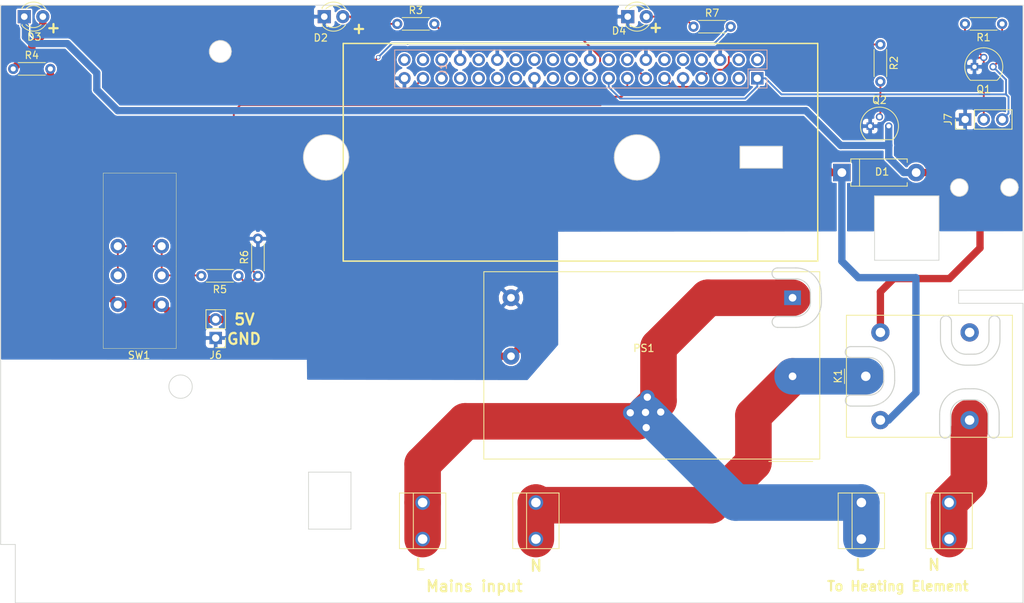
<source format=kicad_pcb>
(kicad_pcb (version 20171130) (host pcbnew "(5.1.5)-3")

  (general
    (thickness 1.6)
    (drawings 93)
    (tracks 168)
    (zones 0)
    (modules 23)
    (nets 45)
  )

  (page A4)
  (layers
    (0 F.Cu signal)
    (31 B.Cu signal)
    (34 B.Paste user hide)
    (35 F.Paste user hide)
    (36 B.SilkS user)
    (37 F.SilkS user)
    (38 B.Mask user)
    (39 F.Mask user)
    (40 Dwgs.User user hide)
    (41 Cmts.User user hide)
    (44 Edge.Cuts user)
    (48 B.Fab user hide)
    (49 F.Fab user hide)
  )

  (setup
    (last_trace_width 0.25)
    (user_trace_width 0.01)
    (user_trace_width 0.02)
    (user_trace_width 0.05)
    (user_trace_width 0.1)
    (user_trace_width 0.2)
    (user_trace_width 0.5)
    (trace_clearance 0.2)
    (zone_clearance 0)
    (zone_45_only no)
    (trace_min 0.01)
    (via_size 0.6)
    (via_drill 0.4)
    (via_min_size 0.4)
    (via_min_drill 0.3)
    (uvia_size 0.3)
    (uvia_drill 0.1)
    (uvias_allowed no)
    (uvia_min_size 0.2)
    (uvia_min_drill 0.1)
    (edge_width 0.2)
    (segment_width 0.2)
    (pcb_text_width 0.3)
    (pcb_text_size 1.5 1.5)
    (mod_edge_width 0.15)
    (mod_text_size 1 1)
    (mod_text_width 0.15)
    (pad_size 2.3 2.3)
    (pad_drill 1.05)
    (pad_to_mask_clearance 0)
    (solder_mask_min_width 0.25)
    (aux_axis_origin 0 0)
    (visible_elements 7FFFFF7F)
    (pcbplotparams
      (layerselection 0x010f0_ffffffff)
      (usegerberextensions false)
      (usegerberattributes false)
      (usegerberadvancedattributes false)
      (creategerberjobfile false)
      (excludeedgelayer true)
      (linewidth 0.100000)
      (plotframeref false)
      (viasonmask false)
      (mode 1)
      (useauxorigin false)
      (hpglpennumber 1)
      (hpglpenspeed 20)
      (hpglpendiameter 15.000000)
      (psnegative false)
      (psa4output false)
      (plotreference true)
      (plotvalue true)
      (plotinvisibletext false)
      (padsonsilk false)
      (subtractmaskfromsilk false)
      (outputformat 1)
      (mirror false)
      (drillshape 0)
      (scaleselection 1)
      (outputdirectory "Pi_Electrical_Heating_Panel_Control/"))
  )

  (net 0 "")
  (net 1 "Net-(D1-Pad2)")
  (net 2 "Net-(D2-Pad2)")
  (net 3 "Net-(D3-Pad2)")
  (net 4 "Net-(Q2-Pad2)")
  (net 5 /GPIO17)
  (net 6 /GPIO27)
  (net 7 /5V)
  (net 8 /3.3V)
  (net 9 /GPIO4)
  (net 10 /GPIO22)
  (net 11 "Net-(R5-Pad2)")
  (net 12 GND)
  (net 13 "Net-(J5-Pad1)")
  (net 14 "Net-(J4-Pad1)")
  (net 15 "Net-(J2-Pad1)")
  (net 16 "Net-(D4-Pad2)")
  (net 17 "Net-(J1-Pad37)")
  (net 18 "Net-(J1-Pad40)")
  (net 19 "Net-(J1-Pad38)")
  (net 20 "Net-(J1-Pad36)")
  (net 21 "Net-(J1-Pad35)")
  (net 22 "Net-(J1-Pad33)")
  (net 23 "Net-(J1-Pad32)")
  (net 24 "Net-(J1-Pad31)")
  (net 25 "Net-(J1-Pad29)")
  (net 26 "Net-(J1-Pad28)")
  (net 27 "Net-(J1-Pad27)")
  (net 28 "Net-(J1-Pad26)")
  (net 29 "Net-(J1-Pad24)")
  (net 30 "Net-(J1-Pad23)")
  (net 31 "Net-(J1-Pad22)")
  (net 32 "Net-(J1-Pad21)")
  (net 33 "Net-(J1-Pad19)")
  (net 34 "Net-(J1-Pad18)")
  (net 35 "Net-(J1-Pad16)")
  (net 36 "Net-(J1-Pad12)")
  (net 37 "Net-(J1-Pad10)")
  (net 38 "Net-(J1-Pad8)")
  (net 39 "Net-(J1-Pad5)")
  (net 40 "Net-(J1-Pad4)")
  (net 41 "Net-(J1-Pad3)")
  (net 42 "Net-(J1-Pad2)")
  (net 43 "Net-(K1-Pad4)")
  (net 44 "Net-(PS1-Pad4)")

  (net_class Default "This is the default net class."
    (clearance 0.2)
    (trace_width 0.25)
    (via_dia 0.6)
    (via_drill 0.4)
    (uvia_dia 0.3)
    (uvia_drill 0.1)
    (add_net /3.3V)
    (add_net /5V)
    (add_net /GPIO17)
    (add_net /GPIO22)
    (add_net /GPIO27)
    (add_net /GPIO4)
    (add_net GND)
    (add_net "Net-(D1-Pad2)")
    (add_net "Net-(D2-Pad2)")
    (add_net "Net-(D3-Pad2)")
    (add_net "Net-(D4-Pad2)")
    (add_net "Net-(J1-Pad10)")
    (add_net "Net-(J1-Pad12)")
    (add_net "Net-(J1-Pad16)")
    (add_net "Net-(J1-Pad18)")
    (add_net "Net-(J1-Pad19)")
    (add_net "Net-(J1-Pad2)")
    (add_net "Net-(J1-Pad21)")
    (add_net "Net-(J1-Pad22)")
    (add_net "Net-(J1-Pad23)")
    (add_net "Net-(J1-Pad24)")
    (add_net "Net-(J1-Pad26)")
    (add_net "Net-(J1-Pad27)")
    (add_net "Net-(J1-Pad28)")
    (add_net "Net-(J1-Pad29)")
    (add_net "Net-(J1-Pad3)")
    (add_net "Net-(J1-Pad31)")
    (add_net "Net-(J1-Pad32)")
    (add_net "Net-(J1-Pad33)")
    (add_net "Net-(J1-Pad35)")
    (add_net "Net-(J1-Pad36)")
    (add_net "Net-(J1-Pad37)")
    (add_net "Net-(J1-Pad38)")
    (add_net "Net-(J1-Pad4)")
    (add_net "Net-(J1-Pad40)")
    (add_net "Net-(J1-Pad5)")
    (add_net "Net-(J1-Pad8)")
    (add_net "Net-(K1-Pad4)")
    (add_net "Net-(PS1-Pad4)")
    (add_net "Net-(Q2-Pad2)")
    (add_net "Net-(R5-Pad2)")
  )

  (net_class Mains ""
    (clearance 0.2)
    (trace_width 5)
    (via_dia 0.6)
    (via_drill 0.4)
    (uvia_dia 0.3)
    (uvia_drill 0.1)
    (add_net "Net-(J2-Pad1)")
    (add_net "Net-(J4-Pad1)")
    (add_net "Net-(J5-Pad1)")
  )

  (module RPi_Zero_Hat:Relay_SPDT_Omron-G5LE-1 (layer F.Cu) (tedit 5BD9C8FB) (tstamp 5B7B3ED2)
    (at 195.834 97.5685 90)
    (descr "Omron Relay SPDT, http://www.omron.com/ecb/products/pdf/en-g5le.pdf")
    (tags "Omron Relay SPDT")
    (path /5B79E569)
    (fp_text reference K1 (at 0 -3.8 90) (layer F.SilkS)
      (effects (font (size 1 1) (thickness 0.15)))
    )
    (fp_text value G5LE-1 (at 0 20.95 90) (layer F.Fab)
      (effects (font (size 1 1) (thickness 0.15)))
    )
    (fp_line (start 0 -1.55) (end 1 -2.55) (layer F.Fab) (width 0.1))
    (fp_line (start 1 -2.55) (end 8.25 -2.55) (layer F.Fab) (width 0.1))
    (fp_line (start 8.25 -2.55) (end 8.25 19.95) (layer F.Fab) (width 0.1))
    (fp_line (start 8.25 19.95) (end -8.25 19.95) (layer F.Fab) (width 0.1))
    (fp_line (start -8.25 19.95) (end -8.25 -2.55) (layer F.Fab) (width 0.1))
    (fp_line (start -8.25 -2.55) (end -1 -2.55) (layer F.Fab) (width 0.1))
    (fp_line (start -1 -2.55) (end 0 -1.55) (layer F.Fab) (width 0.1))
    (fp_line (start -4.5 2) (end 4.5 2) (layer F.Fab) (width 0.1))
    (fp_line (start 8.35 20.05) (end 8.35 -2.65) (layer F.SilkS) (width 0.12))
    (fp_line (start 8.35 -2.65) (end -8.35 -2.65) (layer F.SilkS) (width 0.12))
    (fp_line (start -8.35 -2.65) (end -8.35 20.05) (layer F.SilkS) (width 0.12))
    (fp_line (start -8.35 20.05) (end 8.35 20.05) (layer F.SilkS) (width 0.12))
    (fp_line (start -1 -2.91) (end 1 -2.91) (layer F.SilkS) (width 0.12))
    (fp_line (start 8.5 20.2) (end 8.5 -2.8) (layer F.CrtYd) (width 0.05))
    (fp_line (start 8.5 -2.8) (end -8.5 -2.8) (layer F.CrtYd) (width 0.05))
    (fp_line (start -8.5 -2.8) (end -8.5 20.2) (layer F.CrtYd) (width 0.05))
    (fp_line (start -8.5 20.2) (end 8.5 20.2) (layer F.CrtYd) (width 0.05))
    (fp_text user %R (at 0 8.7 90) (layer F.Fab)
      (effects (font (size 1 1) (thickness 0.15)))
    )
    (pad 1 thru_hole rect (at 0 0 90) (size 2.5 2.5) (drill 1.3) (layers *.Cu *.Mask)
      (net 13 "Net-(J5-Pad1)"))
    (pad 2 thru_hole oval (at -6 2 90) (size 2.5 2.5) (drill 1.3) (layers *.Cu *.Mask)
      (net 7 /5V) (zone_connect 1))
    (pad 3 thru_hole oval (at -6 14.2 90) (size 2.5 2.5) (drill 1.3) (layers *.Cu *.Mask)
      (net 14 "Net-(J4-Pad1)"))
    (pad 4 thru_hole oval (at 6 14.2 90) (size 2.5 2.5) (drill 1.3) (layers *.Cu *.Mask)
      (net 43 "Net-(K1-Pad4)"))
    (pad 5 thru_hole oval (at 6 2 90) (size 2.5 2.5) (drill 1.3) (layers *.Cu *.Mask)
      (net 1 "Net-(D1-Pad2)") (zone_connect 1))
    (model "${KIPRJMOD}/OMRON G5LE Series.stp"
      (offset (xyz 0 -9 0))
      (scale (xyz 1 1 1))
      (rotate (xyz 0 0 180))
    )
  )

  (module Pin_Headers:Pin_Header_Straight_2x20_Pitch2.54mm (layer F.Cu) (tedit 5BD9C995) (tstamp 5B7A3B1A)
    (at 140.3635 56.7875 90)
    (descr "Through hole straight pin header, 2x20, 2.54mm pitch, double rows")
    (tags "Through hole pin header THT 2x20 2.54mm double row")
    (path /5B770F21)
    (fp_text reference J1 (at 1.27 -2.33 90) (layer B.SilkS)
      (effects (font (size 1 1) (thickness 0.15)))
    )
    (fp_text value Raspberry_Pi_2_3 (at 1.27 50.59 90) (layer B.Fab) hide
      (effects (font (size 1 1) (thickness 0.15)) (justify mirror))
    )
    (fp_text user %R (at 1.27 16.51) (layer B.Fab)
      (effects (font (size 1 1) (thickness 0.15)) (justify mirror))
    )
    (fp_line (start 4.35 42.44) (end -1.8 42.44) (layer B.CrtYd) (width 0.05))
    (fp_line (start 4.35 -9.41) (end 4.35 42.44) (layer B.CrtYd) (width 0.05))
    (fp_line (start -1.8 -9.41) (end 4.35 -9.41) (layer B.CrtYd) (width 0.05))
    (fp_line (start -1.8 42.44) (end -1.8 -9.41) (layer B.CrtYd) (width 0.05))
    (fp_line (start -1.33 41.97) (end 0 41.97) (layer B.SilkS) (width 0.12))
    (fp_line (start -1.33 40.64) (end -1.33 41.97) (layer B.SilkS) (width 0.12))
    (fp_line (start 1.27 41.97) (end 3.87 41.97) (layer B.SilkS) (width 0.12))
    (fp_line (start 1.27 39.37) (end 1.27 41.97) (layer B.SilkS) (width 0.12))
    (fp_line (start -1.33 39.37) (end 1.27 39.37) (layer B.SilkS) (width 0.12))
    (fp_line (start 3.87 41.97) (end 3.87 -8.95) (layer B.SilkS) (width 0.12))
    (fp_line (start -1.33 39.37) (end -1.33 -8.95) (layer B.SilkS) (width 0.12))
    (fp_line (start -1.33 -8.95) (end 3.87 -8.95) (layer B.SilkS) (width 0.12))
    (fp_line (start -1.27 40.64) (end 0 41.91) (layer B.Fab) (width 0.1))
    (fp_line (start -1.27 -8.89) (end -1.27 40.64) (layer B.Fab) (width 0.1))
    (fp_line (start 3.81 -8.89) (end -1.27 -8.89) (layer B.Fab) (width 0.1))
    (fp_line (start 3.81 41.91) (end 3.81 -8.89) (layer B.Fab) (width 0.1))
    (fp_line (start 0 41.91) (end 3.81 41.91) (layer B.Fab) (width 0.1))
    (pad 40 thru_hole oval (at 2.54 -7.62 90) (size 1.7 1.7) (drill 1) (layers *.Cu *.Mask)
      (net 18 "Net-(J1-Pad40)"))
    (pad 39 thru_hole oval (at 0 -7.62 90) (size 1.7 1.7) (drill 1) (layers *.Cu *.Mask)
      (net 12 GND) (zone_connect 1))
    (pad 38 thru_hole oval (at 2.54 -5.08 90) (size 1.7 1.7) (drill 1) (layers *.Cu *.Mask)
      (net 19 "Net-(J1-Pad38)"))
    (pad 37 thru_hole oval (at 0 -5.08 90) (size 1.7 1.7) (drill 1) (layers *.Cu *.Mask)
      (net 17 "Net-(J1-Pad37)"))
    (pad 36 thru_hole oval (at 2.54 -2.54 90) (size 1.7 1.7) (drill 1) (layers *.Cu *.Mask)
      (net 20 "Net-(J1-Pad36)"))
    (pad 35 thru_hole oval (at 0 -2.54 90) (size 1.7 1.7) (drill 1) (layers *.Cu *.Mask)
      (net 21 "Net-(J1-Pad35)"))
    (pad 34 thru_hole oval (at 2.54 0 90) (size 1.7 1.7) (drill 1) (layers *.Cu *.Mask)
      (net 12 GND) (zone_connect 1))
    (pad 33 thru_hole oval (at 0 0 90) (size 1.7 1.7) (drill 1) (layers *.Cu *.Mask)
      (net 22 "Net-(J1-Pad33)"))
    (pad 32 thru_hole oval (at 2.54 2.54 90) (size 1.7 1.7) (drill 1) (layers *.Cu *.Mask)
      (net 23 "Net-(J1-Pad32)"))
    (pad 31 thru_hole oval (at 0 2.54 90) (size 1.7 1.7) (drill 1) (layers *.Cu *.Mask)
      (net 24 "Net-(J1-Pad31)"))
    (pad 30 thru_hole oval (at 2.54 5.08 90) (size 1.7 1.7) (drill 1) (layers *.Cu *.Mask)
      (net 12 GND) (zone_connect 1))
    (pad 29 thru_hole oval (at 0 5.08 90) (size 1.7 1.7) (drill 1) (layers *.Cu *.Mask)
      (net 25 "Net-(J1-Pad29)"))
    (pad 28 thru_hole oval (at 2.54 7.62 90) (size 1.7 1.7) (drill 1) (layers *.Cu *.Mask)
      (net 26 "Net-(J1-Pad28)"))
    (pad 27 thru_hole oval (at 0 7.62 90) (size 1.7 1.7) (drill 1) (layers *.Cu *.Mask)
      (net 27 "Net-(J1-Pad27)"))
    (pad 26 thru_hole oval (at 2.54 10.16 90) (size 1.7 1.7) (drill 1) (layers *.Cu *.Mask)
      (net 28 "Net-(J1-Pad26)"))
    (pad 25 thru_hole oval (at 0 10.16 90) (size 1.7 1.7) (drill 1) (layers *.Cu *.Mask)
      (net 12 GND) (zone_connect 1))
    (pad 24 thru_hole oval (at 2.54 12.7 90) (size 1.7 1.7) (drill 1) (layers *.Cu *.Mask)
      (net 29 "Net-(J1-Pad24)"))
    (pad 23 thru_hole oval (at 0 12.7 90) (size 1.7 1.7) (drill 1) (layers *.Cu *.Mask)
      (net 30 "Net-(J1-Pad23)"))
    (pad 22 thru_hole oval (at 2.54 15.24 90) (size 1.7 1.7) (drill 1) (layers *.Cu *.Mask)
      (net 31 "Net-(J1-Pad22)"))
    (pad 21 thru_hole oval (at 0 15.24 90) (size 1.7 1.7) (drill 1) (layers *.Cu *.Mask)
      (net 32 "Net-(J1-Pad21)"))
    (pad 20 thru_hole oval (at 2.54 17.78 90) (size 1.7 1.7) (drill 1) (layers *.Cu *.Mask)
      (net 12 GND) (zone_connect 1))
    (pad 19 thru_hole oval (at 0 17.78 90) (size 1.7 1.7) (drill 1) (layers *.Cu *.Mask)
      (net 33 "Net-(J1-Pad19)"))
    (pad 18 thru_hole oval (at 2.54 20.32 90) (size 1.7 1.7) (drill 1) (layers *.Cu *.Mask)
      (net 34 "Net-(J1-Pad18)"))
    (pad 17 thru_hole oval (at 0 20.32 90) (size 1.7 1.7) (drill 1) (layers *.Cu *.Mask)
      (net 8 /3.3V))
    (pad 16 thru_hole oval (at 2.54 22.86 90) (size 1.7 1.7) (drill 1) (layers *.Cu *.Mask)
      (net 35 "Net-(J1-Pad16)"))
    (pad 15 thru_hole oval (at 0 22.86 90) (size 1.7 1.7) (drill 1) (layers *.Cu *.Mask)
      (net 10 /GPIO22))
    (pad 14 thru_hole oval (at 2.54 25.4 90) (size 1.7 1.7) (drill 1) (layers *.Cu *.Mask)
      (net 12 GND) (zone_connect 1))
    (pad 13 thru_hole oval (at 0 25.4 90) (size 1.7 1.7) (drill 1) (layers *.Cu *.Mask)
      (net 6 /GPIO27))
    (pad 12 thru_hole oval (at 2.54 27.94 90) (size 1.7 1.7) (drill 1) (layers *.Cu *.Mask)
      (net 36 "Net-(J1-Pad12)"))
    (pad 11 thru_hole oval (at 0 27.94 90) (size 1.7 1.7) (drill 1) (layers *.Cu *.Mask)
      (net 5 /GPIO17))
    (pad 10 thru_hole oval (at 2.54 30.48 90) (size 1.7 1.7) (drill 1) (layers *.Cu *.Mask)
      (net 37 "Net-(J1-Pad10)"))
    (pad 9 thru_hole oval (at 0 30.48 90) (size 1.7 1.7) (drill 1) (layers *.Cu *.Mask)
      (net 12 GND) (zone_connect 1))
    (pad 8 thru_hole oval (at 2.54 33.02 90) (size 1.7 1.7) (drill 1) (layers *.Cu *.Mask)
      (net 38 "Net-(J1-Pad8)"))
    (pad 7 thru_hole oval (at 0 33.02 90) (size 1.7 1.7) (drill 1) (layers *.Cu *.Mask)
      (net 9 /GPIO4))
    (pad 6 thru_hole oval (at 2.54 35.56 90) (size 1.7 1.7) (drill 1) (layers *.Cu *.Mask)
      (net 12 GND) (zone_connect 1))
    (pad 5 thru_hole oval (at 0 35.56 90) (size 1.7 1.7) (drill 1) (layers *.Cu *.Mask)
      (net 39 "Net-(J1-Pad5)"))
    (pad 4 thru_hole oval (at 2.54 38.1 90) (size 1.7 1.7) (drill 1) (layers *.Cu *.Mask)
      (net 40 "Net-(J1-Pad4)"))
    (pad 3 thru_hole oval (at 0 38.1 90) (size 1.7 1.7) (drill 1) (layers *.Cu *.Mask)
      (net 41 "Net-(J1-Pad3)"))
    (pad 2 thru_hole oval (at 2.54 40.64 90) (size 1.7 1.7) (drill 1) (layers *.Cu *.Mask)
      (net 42 "Net-(J1-Pad2)"))
    (pad 1 thru_hole rect (at 0 40.64 90) (size 1.7 1.7) (drill 1) (layers *.Cu *.Mask)
      (net 8 /3.3V))
    (model "${KIPRJMOD}/Raspberry PI Zero W.step"
      (offset (xyz -25.25 -49 11.1))
      (scale (xyz 1 1 1))
      (rotate (xyz 180 0 -90))
    )
    (model ${KISYS3DMOD}/Connector_PinSocket_2.54mm.3dshapes/PinSocket_2x20_P2.54mm_Vertical.step
      (offset (xyz 2.54 7.5 0))
      (scale (xyz 1 1 1))
      (rotate (xyz 0 0 0))
    )
  )

  (module Converters_DCDC_ACDC:ACDC-Conv_THTMeanWell-IRM-02-XX (layer F.Cu) (tedit 5BD9CB03) (tstamp 5B79B71D)
    (at 189.4205 108.7755 180)
    (descr "ACDC-Converter, 2W, Meanwell, IRM-02, THT, https://www.meanwell.co.uk/media/productPDF/IRM-02-spec.pdf")
    (tags "ACDC-Converter 2W THT")
    (path /5B7BAA99)
    (fp_text reference PS1 (at 23.9395 15.0495 180) (layer F.SilkS)
      (effects (font (size 1 1) (thickness 0.15)))
    )
    (fp_text value IRM-10-5 (at 15.14 20.15 180) (layer F.Fab)
      (effects (font (size 1 1) (thickness 0.15)))
    )
    (fp_line (start -0.25 25.65) (end -0.25 -0.25) (layer F.CrtYd) (width 0.05))
    (fp_line (start -0.25 -0.25) (end 45.95 -0.25) (layer F.CrtYd) (width 0.05))
    (fp_line (start 45.95 25.65) (end 45.95 -0.25) (layer F.CrtYd) (width 0.05))
    (fp_line (start -0.25 25.65) (end 45.95 25.65) (layer F.CrtYd) (width 0.05))
    (fp_line (start -0.12 25.52) (end -0.12 -0.12) (layer F.SilkS) (width 0.12))
    (fp_line (start 45.82 -0.12) (end 45.82 25.52) (layer F.SilkS) (width 0.12))
    (fp_line (start -0.12 -0.12) (end 45.82 -0.12) (layer F.SilkS) (width 0.12))
    (fp_line (start -0.12 25.52) (end 45.82 25.52) (layer F.SilkS) (width 0.12))
    (fp_line (start 0 25.4) (end 45.7 25.4) (layer F.Fab) (width 0.1))
    (fp_line (start 45.7 25.4) (end 45.7 0) (layer F.Fab) (width 0.1))
    (fp_line (start 0 25.4) (end 0 0) (layer F.Fab) (width 0.1))
    (fp_line (start 3.85 0) (end 45.7 0) (layer F.Fab) (width 0.1))
    (fp_text user %R (at 16.88 10.97 180) (layer F.Fab)
      (effects (font (size 1 1) (thickness 0.15)))
    )
    (fp_line (start 1.85 0) (end 0 0) (layer F.Fab) (width 0.1))
    (fp_line (start 2.85 1) (end 1.85 0) (layer F.Fab) (width 0.1))
    (fp_line (start 3.85 0) (end 2.85 1) (layer F.Fab) (width 0.1))
    (fp_line (start 0.85 -0.45) (end 6.85 -0.45) (layer F.SilkS) (width 0.12))
    (pad 3 thru_hole circle (at 42.1 21.95 180) (size 2.3 2.3) (drill 1.05) (layers *.Cu *.Mask)
      (net 12 GND) (zone_connect 1))
    (pad 1 thru_hole rect (at 3.6 21.95 180) (size 2.3 2) (drill 1.05) (layers *.Cu *.Mask)
      (net 15 "Net-(J2-Pad1)"))
    (pad 2 thru_hole circle (at 3.6 11.2 180) (size 2.3 2.3) (drill 1.05) (layers *.Cu *.Mask)
      (net 13 "Net-(J5-Pad1)"))
    (pad 4 thru_hole circle (at 42.1 13.95 180) (size 2.3 2.3) (drill 1.05) (layers *.Cu *.Mask)
      (net 44 "Net-(PS1-Pad4)") (zone_connect 1))
    (model "${KIPRJMOD}/User Library-IRM-10-12.step"
      (offset (xyz 23 0 0))
      (scale (xyz 1 1 1))
      (rotate (xyz -90 0 90))
    )
  )

  (module Buttons_Switches_THT:SW_PUSH_6mm_h4.3mm (layer F.Cu) (tedit 5BD9C733) (tstamp 5AA974A8)
    (at 96.55 83.7665)
    (descr "tactile push button, 6x6mm e.g. PHAP33xx series, height=4.3mm")
    (tags "tact sw push 6mm")
    (path /5AA7CE90)
    (fp_text reference SW1 (at -0.0935 10.912) (layer F.SilkS)
      (effects (font (size 1 1) (thickness 0.15)))
    )
    (fp_text value "Latching Button" (at 19.7 -8.6) (layer F.Fab) hide
      (effects (font (size 1 1) (thickness 0.15)))
    )
    (fp_line (start 4.75 10) (end 5 10) (layer F.SilkS) (width 0.05))
    (fp_line (start 5 10) (end 5 9.75) (layer F.SilkS) (width 0.05))
    (fp_line (start 4.75 -14) (end 5 -14) (layer F.SilkS) (width 0.05))
    (fp_line (start 5 -14) (end 5 -1.25) (layer F.SilkS) (width 0.05))
    (fp_line (start -5 -1.25) (end -5 -14) (layer F.SilkS) (width 0.05))
    (fp_line (start -5 -14) (end -4.25 -14) (layer F.SilkS) (width 0.05))
    (fp_line (start -5 9.75) (end -5 10) (layer F.SilkS) (width 0.05))
    (fp_line (start -5 10) (end -4.25 10) (layer F.SilkS) (width 0.05))
    (fp_line (start -4.25 -14) (end 4.75 -14) (layer F.SilkS) (width 0.05))
    (fp_line (start -5 9.75) (end -5 -1.25) (layer F.SilkS) (width 0.05))
    (fp_line (start 4.75 10) (end -4.25 10) (layer F.SilkS) (width 0.05))
    (fp_line (start 5 -1.25) (end 5 9.75) (layer F.SilkS) (width 0.05))
    (fp_line (start -4.2 -14) (end -4.2 -23.5) (layer Dwgs.User) (width 0.05))
    (fp_line (start -4.2 -23.5) (end 4.2 -23.5) (layer Dwgs.User) (width 0.05))
    (fp_line (start 4.2 -23.5) (end 4.2 -14) (layer Dwgs.User) (width 0.05))
    (fp_line (start -2.1 -23.5) (end -2.1 -32) (layer Dwgs.User) (width 0.05))
    (fp_line (start -2.1 -32) (end 2.1 -32) (layer Dwgs.User) (width 0.05))
    (fp_line (start 2.1 -32) (end 2.1 -23.5) (layer Dwgs.User) (width 0.05))
    (pad 1 thru_hole circle (at -3 -4 90) (size 2 2) (drill 1.1) (layers *.Cu *.Mask)
      (net 11 "Net-(R5-Pad2)") (zone_connect 1))
    (pad 1 thru_hole circle (at 3 -4 90) (size 2 2) (drill 1.1) (layers *.Cu *.Mask)
      (net 11 "Net-(R5-Pad2)") (zone_connect 1))
    (pad 2 thru_hole circle (at -3 4 90) (size 2 2) (drill 1.1) (layers *.Cu *.Mask)
      (net 7 /5V) (zone_connect 1))
    (pad 1 thru_hole circle (at -3 0 90) (size 2 2) (drill 1.1) (layers *.Cu *.Mask)
      (net 11 "Net-(R5-Pad2)") (zone_connect 1))
    (pad 2 thru_hole circle (at 3 4 90) (size 2 2) (drill 1.1) (layers *.Cu *.Mask)
      (net 7 /5V) (zone_connect 1))
    (pad 1 thru_hole circle (at 3 0 90) (size 2 2) (drill 1.1) (layers *.Cu *.Mask)
      (net 11 "Net-(R5-Pad2)") (zone_connect 1))
    (model ${KIPRJMOD}/SPUN191000.STEP
      (offset (xyz 0.5 0 0))
      (scale (xyz 1 1 1))
      (rotate (xyz -90 0 -90))
    )
  )

  (module Diodes_THT:D_DO-15_P10.16mm_Horizontal (layer F.Cu) (tedit 5BD9C8DF) (tstamp 5B79B339)
    (at 192.562 69.6865)
    (descr "D, DO-15 series, Axial, Horizontal, pin pitch=10.16mm, , length*diameter=7.6*3.6mm^2, , http://www.diodes.com/_files/packages/DO-15.pdf")
    (tags "D DO-15 series Axial Horizontal pin pitch 10.16mm  length 7.6mm diameter 3.6mm")
    (path /5AA7C1FF)
    (fp_text reference D1 (at 5.5 -0.1) (layer F.SilkS)
      (effects (font (size 1 1) (thickness 0.15)))
    )
    (fp_text value 1N4005 (at 33.7 54.9) (layer F.Fab) hide
      (effects (font (size 1 1) (thickness 0.15)))
    )
    (fp_text user %R (at 5.08 0) (layer F.Fab)
      (effects (font (size 1 1) (thickness 0.15)))
    )
    (fp_line (start 1.28 -1.8) (end 1.28 1.8) (layer F.Fab) (width 0.1))
    (fp_line (start 1.28 1.8) (end 8.88 1.8) (layer F.Fab) (width 0.1))
    (fp_line (start 8.88 1.8) (end 8.88 -1.8) (layer F.Fab) (width 0.1))
    (fp_line (start 8.88 -1.8) (end 1.28 -1.8) (layer F.Fab) (width 0.1))
    (fp_line (start 0 0) (end 1.28 0) (layer F.Fab) (width 0.1))
    (fp_line (start 10.16 0) (end 8.88 0) (layer F.Fab) (width 0.1))
    (fp_line (start 2.42 -1.8) (end 2.42 1.8) (layer F.Fab) (width 0.1))
    (fp_line (start 1.22 -1.38) (end 1.22 -1.86) (layer F.SilkS) (width 0.12))
    (fp_line (start 1.22 -1.86) (end 8.94 -1.86) (layer F.SilkS) (width 0.12))
    (fp_line (start 8.94 -1.86) (end 8.94 -1.38) (layer F.SilkS) (width 0.12))
    (fp_line (start 1.22 1.38) (end 1.22 1.86) (layer F.SilkS) (width 0.12))
    (fp_line (start 1.22 1.86) (end 8.94 1.86) (layer F.SilkS) (width 0.12))
    (fp_line (start 8.94 1.86) (end 8.94 1.38) (layer F.SilkS) (width 0.12))
    (fp_line (start 2.42 -1.86) (end 2.42 1.86) (layer F.SilkS) (width 0.12))
    (fp_line (start -1.45 -2.15) (end -1.45 2.15) (layer F.CrtYd) (width 0.05))
    (fp_line (start -1.45 2.15) (end 11.65 2.15) (layer F.CrtYd) (width 0.05))
    (fp_line (start 11.65 2.15) (end 11.65 -2.15) (layer F.CrtYd) (width 0.05))
    (fp_line (start 11.65 -2.15) (end -1.45 -2.15) (layer F.CrtYd) (width 0.05))
    (pad 1 thru_hole rect (at 0 0) (size 2.4 2.4) (drill 1.2) (layers *.Cu *.Mask)
      (net 7 /5V) (zone_connect 1))
    (pad 2 thru_hole oval (at 10.16 0) (size 2.4 2.4) (drill 1.2) (layers *.Cu *.Mask)
      (net 1 "Net-(D1-Pad2)") (zone_connect 1))
    (model ${KISYS3DMOD}/Diode_THT.3dshapes/D_DO-15_P10.16mm_Horizontal.step
      (at (xyz 0 0 0))
      (scale (xyz 1 1 1))
      (rotate (xyz 0 0 0))
    )
  )

  (module TO_SOT_Packages_THT:TO-92_Molded_Narrow (layer F.Cu) (tedit 5BD9C88A) (tstamp 5BA3CE6F)
    (at 210.6985 55.2105)
    (descr "TO-92 leads molded, narrow, drill 0.6mm (see NXP sot054_po.pdf)")
    (tags "to-92 sc-43 sc-43a sot54 PA33 transistor")
    (path /5AA7B9D0)
    (fp_text reference Q1 (at 1.2645 3.0825) (layer F.SilkS)
      (effects (font (size 1 1) (thickness 0.15)))
    )
    (fp_text value DS18B20 (at 24.7 -13.7) (layer F.Fab) hide
      (effects (font (size 1 1) (thickness 0.15)))
    )
    (fp_text user %R (at 1.27 -3.56) (layer F.Fab)
      (effects (font (size 1 1) (thickness 0.15)))
    )
    (fp_line (start -0.53 1.85) (end 3.07 1.85) (layer F.SilkS) (width 0.12))
    (fp_line (start -0.5 1.75) (end 3 1.75) (layer F.Fab) (width 0.1))
    (fp_line (start -1.46 -2.73) (end 4 -2.73) (layer F.CrtYd) (width 0.05))
    (fp_line (start -1.46 -2.73) (end -1.46 2.01) (layer F.CrtYd) (width 0.05))
    (fp_line (start 4 2.01) (end 4 -2.73) (layer F.CrtYd) (width 0.05))
    (fp_line (start 4 2.01) (end -1.46 2.01) (layer F.CrtYd) (width 0.05))
    (fp_arc (start 1.27 0) (end 1.27 -2.48) (angle 135) (layer F.Fab) (width 0.1))
    (fp_arc (start 1.27 0) (end 1.27 -2.6) (angle -135) (layer F.SilkS) (width 0.12))
    (fp_arc (start 1.27 0) (end 1.27 -2.48) (angle -135) (layer F.Fab) (width 0.1))
    (fp_arc (start 1.27 0) (end 1.27 -2.6) (angle 135) (layer F.SilkS) (width 0.12))
    (pad 2 thru_hole circle (at 1.27 -1.27 90) (size 1 1) (drill 0.6) (layers *.Cu *.Mask)
      (net 9 /GPIO4) (zone_connect 1))
    (pad 3 thru_hole circle (at 2.54 0 90) (size 1 1) (drill 0.6) (layers *.Cu *.Mask)
      (net 8 /3.3V) (zone_connect 1))
    (pad 1 thru_hole rect (at 0 0 90) (size 1 1) (drill 0.6) (layers *.Cu *.Mask)
      (net 12 GND) (zone_connect 1))
    (model ${KISYS3DMOD}/Package_TO_SOT_THT.3dshapes/TO-92.step
      (at (xyz 0 0 0))
      (scale (xyz 1 1 1))
      (rotate (xyz 0 0 0))
    )
  )

  (module TO_SOT_Packages_THT:TO-92_Molded_Narrow (layer F.Cu) (tedit 5BD9C8B4) (tstamp 5B79B37A)
    (at 196.4355 63.3365)
    (descr "TO-92 leads molded, narrow, drill 0.6mm (see NXP sot054_po.pdf)")
    (tags "to-92 sc-43 sc-43a sot54 PA33 transistor")
    (path /5AA7BF03)
    (fp_text reference Q2 (at 1.27 -3.56) (layer F.SilkS)
      (effects (font (size 1 1) (thickness 0.15)))
    )
    (fp_text value 2N222A (at -27.1 -44.4) (layer F.Fab) hide
      (effects (font (size 1 1) (thickness 0.15)))
    )
    (fp_text user %R (at 1.27 -3.56) (layer F.Fab)
      (effects (font (size 1 1) (thickness 0.15)))
    )
    (fp_line (start -0.53 1.85) (end 3.07 1.85) (layer F.SilkS) (width 0.12))
    (fp_line (start -0.5 1.75) (end 3 1.75) (layer F.Fab) (width 0.1))
    (fp_line (start -1.46 -2.73) (end 4 -2.73) (layer F.CrtYd) (width 0.05))
    (fp_line (start -1.46 -2.73) (end -1.46 2.01) (layer F.CrtYd) (width 0.05))
    (fp_line (start 4 2.01) (end 4 -2.73) (layer F.CrtYd) (width 0.05))
    (fp_line (start 4 2.01) (end -1.46 2.01) (layer F.CrtYd) (width 0.05))
    (fp_arc (start 1.27 0) (end 1.27 -2.48) (angle 135) (layer F.Fab) (width 0.1))
    (fp_arc (start 1.27 0) (end 1.27 -2.6) (angle -135) (layer F.SilkS) (width 0.12))
    (fp_arc (start 1.27 0) (end 1.27 -2.48) (angle -135) (layer F.Fab) (width 0.1))
    (fp_arc (start 1.27 0) (end 1.27 -2.6) (angle 135) (layer F.SilkS) (width 0.12))
    (pad 2 thru_hole circle (at 1.27 -1.27 90) (size 1 1) (drill 0.6) (layers *.Cu *.Mask)
      (net 4 "Net-(Q2-Pad2)") (zone_connect 1))
    (pad 3 thru_hole circle (at 2.54 0 90) (size 1 1) (drill 0.6) (layers *.Cu *.Mask)
      (net 1 "Net-(D1-Pad2)") (zone_connect 1))
    (pad 1 thru_hole rect (at 0 0 90) (size 1 1) (drill 0.6) (layers *.Cu *.Mask)
      (net 12 GND) (zone_connect 1))
    (model ${KISYS3DMOD}/Package_TO_SOT_THT.3dshapes/TO-92.step
      (at (xyz 0 0 0))
      (scale (xyz 1 1 1))
      (rotate (xyz 0 0 0))
    )
  )

  (module LEDs:LED_D3.0mm (layer F.Cu) (tedit 5BD9C7A3) (tstamp 5B77D922)
    (at 121.7835 48.3475)
    (descr "LED, diameter 3.0mm, 2 pins")
    (tags "LED diameter 3.0mm 2 pins")
    (path /5AA7CA65)
    (fp_text reference D2 (at -0.4825 2.897) (layer F.SilkS)
      (effects (font (size 1 1) (thickness 0.15)))
    )
    (fp_text value GREEN (at 1.27 2.96) (layer F.Fab)
      (effects (font (size 1 1) (thickness 0.15)))
    )
    (fp_arc (start 1.27 0) (end -0.23 -1.16619) (angle 284.3) (layer F.Fab) (width 0.1))
    (fp_arc (start 1.27 0) (end -0.29 -1.235516) (angle 108.8) (layer F.SilkS) (width 0.12))
    (fp_arc (start 1.27 0) (end -0.29 1.235516) (angle -108.8) (layer F.SilkS) (width 0.12))
    (fp_arc (start 1.27 0) (end 0.229039 -1.08) (angle 87.9) (layer F.SilkS) (width 0.12))
    (fp_arc (start 1.27 0) (end 0.229039 1.08) (angle -87.9) (layer F.SilkS) (width 0.12))
    (fp_circle (center 1.27 0) (end 2.77 0) (layer F.Fab) (width 0.1))
    (fp_line (start -0.23 -1.16619) (end -0.23 1.16619) (layer F.Fab) (width 0.1))
    (fp_line (start -0.29 -1.236) (end -0.29 -1.08) (layer F.SilkS) (width 0.12))
    (fp_line (start -0.29 1.08) (end -0.29 1.236) (layer F.SilkS) (width 0.12))
    (fp_line (start -1.15 -2.25) (end -1.15 2.25) (layer F.CrtYd) (width 0.05))
    (fp_line (start -1.15 2.25) (end 3.7 2.25) (layer F.CrtYd) (width 0.05))
    (fp_line (start 3.7 2.25) (end 3.7 -2.25) (layer F.CrtYd) (width 0.05))
    (fp_line (start 3.7 -2.25) (end -1.15 -2.25) (layer F.CrtYd) (width 0.05))
    (pad 1 thru_hole rect (at 0 0) (size 1.8 1.8) (drill 0.9) (layers *.Cu *.Mask)
      (net 12 GND) (zone_connect 1))
    (pad 2 thru_hole circle (at 2.54 0) (size 1.8 1.8) (drill 0.9) (layers *.Cu *.Mask)
      (net 2 "Net-(D2-Pad2)") (zone_connect 1))
    (model ${KISYS3DMOD}/LED_THT.3dshapes/LED_D5.0mm_Clear.step
      (at (xyz 0 0 0))
      (scale (xyz 1 1 1))
      (rotate (xyz 0 0 0))
    )
  )

  (module LEDs:LED_D3.0mm (layer F.Cu) (tedit 5BD9C6AD) (tstamp 5BD99719)
    (at 80.75816 48.34636)
    (descr "LED, diameter 3.0mm, 2 pins")
    (tags "LED diameter 3.0mm 2 pins")
    (path /5AA7D1B2)
    (fp_text reference D3 (at 1.37668 2.7686) (layer F.SilkS)
      (effects (font (size 1 1) (thickness 0.15)))
    )
    (fp_text value RED (at 1.27 2.96) (layer F.Fab)
      (effects (font (size 1 1) (thickness 0.15)))
    )
    (fp_line (start 3.7 -2.25) (end -1.15 -2.25) (layer F.CrtYd) (width 0.05))
    (fp_line (start 3.7 2.25) (end 3.7 -2.25) (layer F.CrtYd) (width 0.05))
    (fp_line (start -1.15 2.25) (end 3.7 2.25) (layer F.CrtYd) (width 0.05))
    (fp_line (start -1.15 -2.25) (end -1.15 2.25) (layer F.CrtYd) (width 0.05))
    (fp_line (start -0.29 1.08) (end -0.29 1.236) (layer F.SilkS) (width 0.12))
    (fp_line (start -0.29 -1.236) (end -0.29 -1.08) (layer F.SilkS) (width 0.12))
    (fp_line (start -0.23 -1.16619) (end -0.23 1.16619) (layer F.Fab) (width 0.1))
    (fp_circle (center 1.27 0) (end 2.77 0) (layer F.Fab) (width 0.1))
    (fp_arc (start 1.27 0) (end 0.229039 1.08) (angle -87.9) (layer F.SilkS) (width 0.12))
    (fp_arc (start 1.27 0) (end 0.229039 -1.08) (angle 87.9) (layer F.SilkS) (width 0.12))
    (fp_arc (start 1.27 0) (end -0.29 1.235516) (angle -108.8) (layer F.SilkS) (width 0.12))
    (fp_arc (start 1.27 0) (end -0.29 -1.235516) (angle 108.8) (layer F.SilkS) (width 0.12))
    (fp_arc (start 1.27 0) (end -0.23 -1.16619) (angle 284.3) (layer F.Fab) (width 0.1))
    (pad 2 thru_hole circle (at 2.54 0) (size 1.8 1.8) (drill 0.9) (layers *.Cu *.Mask)
      (net 3 "Net-(D3-Pad2)") (zone_connect 1))
    (pad 1 thru_hole rect (at 0 0) (size 1.8 1.8) (drill 0.9) (layers *.Cu *.Mask)
      (net 1 "Net-(D1-Pad2)") (zone_connect 1))
    (model ${KISYS3DMOD}/LED_THT.3dshapes/LED_D5.0mm_Clear.step
      (at (xyz 0 0 0))
      (scale (xyz 1 1 1))
      (rotate (xyz 0 0 0))
    )
  )

  (module RPi_Zero_Hat:PINHEAD1-2 (layer F.Cu) (tedit 5BAAAA90) (tstamp 5BAABEAC)
    (at 207.2325 117.35 90)
    (path /5B7ADA77)
    (fp_text reference J4 (at 1.27 -3.9 90) (layer F.SilkS) hide
      (effects (font (size 1 1) (thickness 0.15)))
    )
    (fp_text value Conn_01x02 (at -6.475 -0.0335 180) (layer F.SilkS) hide
      (effects (font (size 1 1) (thickness 0.15)))
    )
    (fp_line (start 4.06 3.42) (end -4.06 3.42) (layer F.CrtYd) (width 0.05))
    (fp_line (start 4.06 3.42) (end 4.06 -3.42) (layer F.CrtYd) (width 0.05))
    (fp_line (start -4.06 -3.42) (end -4.06 3.42) (layer F.CrtYd) (width 0.05))
    (fp_line (start -4.06 -3.42) (end 4.06 -3.42) (layer F.CrtYd) (width 0.05))
    (fp_line (start 3.81 -3.17) (end 3.81 3.17) (layer F.SilkS) (width 0.12))
    (fp_line (start -3.81 -3.17) (end -3.81 3.17) (layer F.SilkS) (width 0.12))
    (fp_line (start -3.81 -3.17) (end 3.81 -3.17) (layer F.SilkS) (width 0.12))
    (fp_line (start 3.81 3.17) (end -3.81 3.17) (layer F.SilkS) (width 0.12))
    (fp_line (start 3.81 -1.27) (end -3.81 -1.27) (layer F.SilkS) (width 0.12))
    (pad 2 thru_hole circle (at 2.5 0 90) (size 2 2) (drill 1.3) (layers *.Cu *.Mask)
      (net 14 "Net-(J4-Pad1)"))
    (pad 1 thru_hole circle (at -2.5 0 90) (size 2 2) (drill 1.31) (layers *.Cu *.Mask)
      (net 14 "Net-(J4-Pad1)"))
    (model "${KIPRJMOD}/JST_TAB3867B.68(MSTIN).STEP"
      (offset (xyz 2.5 0 0))
      (scale (xyz 1 1 1))
      (rotate (xyz -90 0 180))
    )
    (model "${KIPRJMOD}/16-14 female spade blue full cover.stp"
      (offset (xyz -15 0.7 5.8))
      (scale (xyz 1 1 1))
      (rotate (xyz 0 90 0))
    )
  )

  (module RPi_Zero_Hat:PINHEAD1-2 (layer F.Cu) (tedit 5BAAAA88) (tstamp 5B7B936F)
    (at 150.721 117.35 90)
    (path /5B7ADA01)
    (fp_text reference J5 (at 1.27 -3.9 90) (layer F.SilkS) hide
      (effects (font (size 1 1) (thickness 0.15)))
    )
    (fp_text value Conn_01x02 (at -6.477 -0.003 180) (layer F.SilkS) hide
      (effects (font (size 1 1) (thickness 0.15)))
    )
    (fp_line (start 3.81 -1.27) (end -3.81 -1.27) (layer F.SilkS) (width 0.12))
    (fp_line (start 3.81 3.17) (end -3.81 3.17) (layer F.SilkS) (width 0.12))
    (fp_line (start -3.81 -3.17) (end 3.81 -3.17) (layer F.SilkS) (width 0.12))
    (fp_line (start -3.81 -3.17) (end -3.81 3.17) (layer F.SilkS) (width 0.12))
    (fp_line (start 3.81 -3.17) (end 3.81 3.17) (layer F.SilkS) (width 0.12))
    (fp_line (start -4.06 -3.42) (end 4.06 -3.42) (layer F.CrtYd) (width 0.05))
    (fp_line (start -4.06 -3.42) (end -4.06 3.42) (layer F.CrtYd) (width 0.05))
    (fp_line (start 4.06 3.42) (end 4.06 -3.42) (layer F.CrtYd) (width 0.05))
    (fp_line (start 4.06 3.42) (end -4.06 3.42) (layer F.CrtYd) (width 0.05))
    (pad 1 thru_hole circle (at -2.5 0 90) (size 2 2) (drill 1.31) (layers *.Cu *.Mask)
      (net 13 "Net-(J5-Pad1)"))
    (pad 2 thru_hole circle (at 2.5 0 90) (size 2 2) (drill 1.3) (layers *.Cu *.Mask)
      (net 13 "Net-(J5-Pad1)"))
    (model "${KIPRJMOD}/JST_TAB3867B.68(MSTIN).STEP"
      (offset (xyz 2.5 0 0))
      (scale (xyz 1 1 1))
      (rotate (xyz -90 0 180))
    )
    (model "${KIPRJMOD}/16-14 female spade blue full cover.stp"
      (offset (xyz -15 0.7 5.8))
      (scale (xyz 1 1 1))
      (rotate (xyz 0 90 0))
    )
  )

  (module RPi_Zero_Hat:PINHEAD1-2 (layer F.Cu) (tedit 5BAAAA99) (tstamp 5B7BF706)
    (at 195.2325 117.35 90)
    (path /5B7BC92E)
    (fp_text reference J2 (at 1.27 -3.9 90) (layer F.SilkS) hide
      (effects (font (size 1 1) (thickness 0.15)))
    )
    (fp_text value Conn_01x02 (at -6.477 -0.003 180) (layer F.SilkS) hide
      (effects (font (size 1 1) (thickness 0.15)))
    )
    (fp_line (start 3.81 -1.27) (end -3.81 -1.27) (layer F.SilkS) (width 0.12))
    (fp_line (start 3.81 3.17) (end -3.81 3.17) (layer F.SilkS) (width 0.12))
    (fp_line (start -3.81 -3.17) (end 3.81 -3.17) (layer F.SilkS) (width 0.12))
    (fp_line (start -3.81 -3.17) (end -3.81 3.17) (layer F.SilkS) (width 0.12))
    (fp_line (start 3.81 -3.17) (end 3.81 3.17) (layer F.SilkS) (width 0.12))
    (fp_line (start -4.06 -3.42) (end 4.06 -3.42) (layer F.CrtYd) (width 0.05))
    (fp_line (start -4.06 -3.42) (end -4.06 3.42) (layer F.CrtYd) (width 0.05))
    (fp_line (start 4.06 3.42) (end 4.06 -3.42) (layer F.CrtYd) (width 0.05))
    (fp_line (start 4.06 3.42) (end -4.06 3.42) (layer F.CrtYd) (width 0.05))
    (pad 1 thru_hole circle (at -2.5 0 90) (size 2 2) (drill 1.31) (layers *.Cu *.Mask)
      (net 15 "Net-(J2-Pad1)"))
    (pad 2 thru_hole circle (at 2.5 0 90) (size 2 2) (drill 1.3) (layers *.Cu *.Mask)
      (net 15 "Net-(J2-Pad1)"))
    (model "${KIPRJMOD}/JST_TAB3867B.68(MSTIN).STEP"
      (offset (xyz 2.5 0 0))
      (scale (xyz 1 1 1))
      (rotate (xyz -90 0 180))
    )
    (model "${KIPRJMOD}/22-16 female flat spade full cover red.stp"
      (offset (xyz -15 0.7 5.8))
      (scale (xyz 1 1 1))
      (rotate (xyz 0 90 0))
    )
  )

  (module RPi_Zero_Hat:PINHEAD1-2 (layer F.Cu) (tedit 5BAAAA80) (tstamp 5B7AC4F8)
    (at 135.2325 117.35 90)
    (path /5B7BEF0A)
    (fp_text reference J3 (at 1.27 -3.9 90) (layer F.SilkS) hide
      (effects (font (size 1 1) (thickness 0.15)))
    )
    (fp_text value Conn_01x02 (at -6.475 -0.003 180) (layer F.SilkS) hide
      (effects (font (size 1 1) (thickness 0.15)))
    )
    (fp_line (start 3.81 -1.27) (end -3.81 -1.27) (layer F.SilkS) (width 0.12))
    (fp_line (start 3.81 3.17) (end -3.81 3.17) (layer F.SilkS) (width 0.12))
    (fp_line (start -3.81 -3.17) (end 3.81 -3.17) (layer F.SilkS) (width 0.12))
    (fp_line (start -3.81 -3.17) (end -3.81 3.17) (layer F.SilkS) (width 0.12))
    (fp_line (start 3.81 -3.17) (end 3.81 3.17) (layer F.SilkS) (width 0.12))
    (fp_line (start -4.06 -3.42) (end 4.06 -3.42) (layer F.CrtYd) (width 0.05))
    (fp_line (start -4.06 -3.42) (end -4.06 3.42) (layer F.CrtYd) (width 0.05))
    (fp_line (start 4.06 3.42) (end 4.06 -3.42) (layer F.CrtYd) (width 0.05))
    (fp_line (start 4.06 3.42) (end -4.06 3.42) (layer F.CrtYd) (width 0.05))
    (pad 1 thru_hole circle (at -2.5 0 90) (size 2 2) (drill 1.31) (layers *.Cu *.Mask)
      (net 15 "Net-(J2-Pad1)"))
    (pad 2 thru_hole circle (at 2.5 0 90) (size 2 2) (drill 1.3) (layers *.Cu *.Mask)
      (net 15 "Net-(J2-Pad1)"))
    (model "${KIPRJMOD}/JST_TAB3867B.68(MSTIN).STEP"
      (offset (xyz 2.5 0 0))
      (scale (xyz 1 1 1))
      (rotate (xyz -90 0 180))
    )
    (model "${KIPRJMOD}/22-16 female flat spade full cover red.stp"
      (offset (xyz -15 0.7 5.8))
      (scale (xyz 1 1 1))
      (rotate (xyz 0 90 0))
    )
  )

  (module Pin_Headers:Pin_Header_Straight_1x02_Pitch2.54mm (layer F.Cu) (tedit 5BD9C771) (tstamp 5B7D1882)
    (at 106.934 92.329 180)
    (descr "Through hole straight pin header, 1x02, 2.54mm pitch, single row")
    (tags "Through hole pin header THT 1x02 2.54mm single row")
    (path /5B7C4FE3)
    (fp_text reference J6 (at 0 -2.33 180) (layer F.SilkS)
      (effects (font (size 1 1) (thickness 0.15)))
    )
    (fp_text value Conn_01x02_Male (at 0 4.87 180) (layer F.Fab)
      (effects (font (size 1 1) (thickness 0.15)))
    )
    (fp_text user %R (at 0 1.27 270) (layer F.Fab)
      (effects (font (size 1 1) (thickness 0.15)))
    )
    (fp_line (start 1.8 -1.8) (end -1.8 -1.8) (layer F.CrtYd) (width 0.05))
    (fp_line (start 1.8 4.35) (end 1.8 -1.8) (layer F.CrtYd) (width 0.05))
    (fp_line (start -1.8 4.35) (end 1.8 4.35) (layer F.CrtYd) (width 0.05))
    (fp_line (start -1.8 -1.8) (end -1.8 4.35) (layer F.CrtYd) (width 0.05))
    (fp_line (start -1.33 -1.33) (end 0 -1.33) (layer F.SilkS) (width 0.12))
    (fp_line (start -1.33 0) (end -1.33 -1.33) (layer F.SilkS) (width 0.12))
    (fp_line (start -1.33 1.27) (end 1.33 1.27) (layer F.SilkS) (width 0.12))
    (fp_line (start 1.33 1.27) (end 1.33 3.87) (layer F.SilkS) (width 0.12))
    (fp_line (start -1.33 1.27) (end -1.33 3.87) (layer F.SilkS) (width 0.12))
    (fp_line (start -1.33 3.87) (end 1.33 3.87) (layer F.SilkS) (width 0.12))
    (fp_line (start -1.27 -0.635) (end -0.635 -1.27) (layer F.Fab) (width 0.1))
    (fp_line (start -1.27 3.81) (end -1.27 -0.635) (layer F.Fab) (width 0.1))
    (fp_line (start 1.27 3.81) (end -1.27 3.81) (layer F.Fab) (width 0.1))
    (fp_line (start 1.27 -1.27) (end 1.27 3.81) (layer F.Fab) (width 0.1))
    (fp_line (start -0.635 -1.27) (end 1.27 -1.27) (layer F.Fab) (width 0.1))
    (pad 2 thru_hole oval (at 0 2.54 180) (size 1.7 1.7) (drill 1) (layers *.Cu *.Mask)
      (net 7 /5V) (zone_connect 1))
    (pad 1 thru_hole rect (at 0 0 180) (size 1.7 1.7) (drill 1) (layers *.Cu *.Mask)
      (net 12 GND) (zone_connect 1))
    (model ${KISYS3DMOD}/Connector_PinHeader_2.54mm.3dshapes/PinHeader_1x02_P2.54mm_Vertical.step
      (at (xyz 0 0 0))
      (scale (xyz 1 1 1))
      (rotate (xyz 0 0 0))
    )
  )

  (module Resistors_THT:R_Axial_DIN0204_L3.6mm_D1.6mm_P5.08mm_Horizontal (layer F.Cu) (tedit 5BD9C870) (tstamp 5BA3CE3C)
    (at 214.4785 49.3405 180)
    (descr "Resistor, Axial_DIN0204 series, Axial, Horizontal, pin pitch=5.08mm, 0.16666666666666666W = 1/6W, length*diameter=3.6*1.6mm^2, http://cdn-reichelt.de/documents/datenblatt/B400/1_4W%23YAG.pdf")
    (tags "Resistor Axial_DIN0204 series Axial Horizontal pin pitch 5.08mm 0.16666666666666666W = 1/6W length 3.6mm diameter 1.6mm")
    (path /5AA7BAF1)
    (fp_text reference R1 (at 2.54 -1.86 180) (layer F.SilkS)
      (effects (font (size 1 1) (thickness 0.15)))
    )
    (fp_text value 10K (at 2.54 1.86 180) (layer F.Fab)
      (effects (font (size 1 1) (thickness 0.15)))
    )
    (fp_line (start 0.74 -0.8) (end 0.74 0.8) (layer F.Fab) (width 0.1))
    (fp_line (start 0.74 0.8) (end 4.34 0.8) (layer F.Fab) (width 0.1))
    (fp_line (start 4.34 0.8) (end 4.34 -0.8) (layer F.Fab) (width 0.1))
    (fp_line (start 4.34 -0.8) (end 0.74 -0.8) (layer F.Fab) (width 0.1))
    (fp_line (start 0 0) (end 0.74 0) (layer F.Fab) (width 0.1))
    (fp_line (start 5.08 0) (end 4.34 0) (layer F.Fab) (width 0.1))
    (fp_line (start 0.68 -0.86) (end 4.4 -0.86) (layer F.SilkS) (width 0.12))
    (fp_line (start 0.68 0.86) (end 4.4 0.86) (layer F.SilkS) (width 0.12))
    (fp_line (start -0.95 -1.15) (end -0.95 1.15) (layer F.CrtYd) (width 0.05))
    (fp_line (start -0.95 1.15) (end 6.05 1.15) (layer F.CrtYd) (width 0.05))
    (fp_line (start 6.05 1.15) (end 6.05 -1.15) (layer F.CrtYd) (width 0.05))
    (fp_line (start 6.05 -1.15) (end -0.95 -1.15) (layer F.CrtYd) (width 0.05))
    (pad 1 thru_hole circle (at 0 0 180) (size 1.4 1.4) (drill 0.7) (layers *.Cu *.Mask)
      (net 8 /3.3V) (zone_connect 1))
    (pad 2 thru_hole oval (at 5.08 0 180) (size 1.4 1.4) (drill 0.7) (layers *.Cu *.Mask)
      (net 9 /GPIO4) (zone_connect 1))
    (model ${KISYS3DMOD}/Resistor_THT.3dshapes/R_Axial_DIN0204_L3.6mm_D1.6mm_P5.08mm_Horizontal.step
      (at (xyz 0 0 0))
      (scale (xyz 1 1 1))
      (rotate (xyz 0 0 0))
    )
  )

  (module Resistors_THT:R_Axial_DIN0204_L3.6mm_D1.6mm_P5.08mm_Horizontal (layer F.Cu) (tedit 5BD9C85A) (tstamp 5B7A0690)
    (at 197.8325 52.1605 270)
    (descr "Resistor, Axial_DIN0204 series, Axial, Horizontal, pin pitch=5.08mm, 0.16666666666666666W = 1/6W, length*diameter=3.6*1.6mm^2, http://cdn-reichelt.de/documents/datenblatt/B400/1_4W%23YAG.pdf")
    (tags "Resistor Axial_DIN0204 series Axial Horizontal pin pitch 5.08mm 0.16666666666666666W = 1/6W length 3.6mm diameter 1.6mm")
    (path /5AA7BF51)
    (fp_text reference R2 (at 2.54 -1.86 270) (layer F.SilkS)
      (effects (font (size 1 1) (thickness 0.15)))
    )
    (fp_text value 1K (at 2.54 1.86 270) (layer F.Fab)
      (effects (font (size 1 1) (thickness 0.15)))
    )
    (fp_line (start 6.05 -1.15) (end -0.95 -1.15) (layer F.CrtYd) (width 0.05))
    (fp_line (start 6.05 1.15) (end 6.05 -1.15) (layer F.CrtYd) (width 0.05))
    (fp_line (start -0.95 1.15) (end 6.05 1.15) (layer F.CrtYd) (width 0.05))
    (fp_line (start -0.95 -1.15) (end -0.95 1.15) (layer F.CrtYd) (width 0.05))
    (fp_line (start 0.68 0.86) (end 4.4 0.86) (layer F.SilkS) (width 0.12))
    (fp_line (start 0.68 -0.86) (end 4.4 -0.86) (layer F.SilkS) (width 0.12))
    (fp_line (start 5.08 0) (end 4.34 0) (layer F.Fab) (width 0.1))
    (fp_line (start 0 0) (end 0.74 0) (layer F.Fab) (width 0.1))
    (fp_line (start 4.34 -0.8) (end 0.74 -0.8) (layer F.Fab) (width 0.1))
    (fp_line (start 4.34 0.8) (end 4.34 -0.8) (layer F.Fab) (width 0.1))
    (fp_line (start 0.74 0.8) (end 4.34 0.8) (layer F.Fab) (width 0.1))
    (fp_line (start 0.74 -0.8) (end 0.74 0.8) (layer F.Fab) (width 0.1))
    (pad 2 thru_hole oval (at 5.08 0 270) (size 1.4 1.4) (drill 0.7) (layers *.Cu *.Mask)
      (net 4 "Net-(Q2-Pad2)") (zone_connect 1))
    (pad 1 thru_hole circle (at 0 0 270) (size 1.4 1.4) (drill 0.7) (layers *.Cu *.Mask)
      (net 5 /GPIO17) (zone_connect 1))
    (model ${KISYS3DMOD}/Resistor_THT.3dshapes/R_Axial_DIN0204_L3.6mm_D1.6mm_P5.08mm_Horizontal.step
      (at (xyz 0 0 0))
      (scale (xyz 1 1 1))
      (rotate (xyz 0 0 0))
    )
  )

  (module Resistors_THT:R_Axial_DIN0204_L3.6mm_D1.6mm_P5.08mm_Horizontal (layer F.Cu) (tedit 5BD9C7B6) (tstamp 5B7A06A1)
    (at 131.7625 49.3395)
    (descr "Resistor, Axial_DIN0204 series, Axial, Horizontal, pin pitch=5.08mm, 0.16666666666666666W = 1/6W, length*diameter=3.6*1.6mm^2, http://cdn-reichelt.de/documents/datenblatt/B400/1_4W%23YAG.pdf")
    (tags "Resistor Axial_DIN0204 series Axial Horizontal pin pitch 5.08mm 0.16666666666666666W = 1/6W length 3.6mm diameter 1.6mm")
    (path /5AA7C938)
    (fp_text reference R3 (at 2.54 -1.86) (layer F.SilkS)
      (effects (font (size 1 1) (thickness 0.15)))
    )
    (fp_text value 220 (at 2.54 1.86) (layer F.Fab)
      (effects (font (size 1 1) (thickness 0.15)))
    )
    (fp_line (start 0.74 -0.8) (end 0.74 0.8) (layer F.Fab) (width 0.1))
    (fp_line (start 0.74 0.8) (end 4.34 0.8) (layer F.Fab) (width 0.1))
    (fp_line (start 4.34 0.8) (end 4.34 -0.8) (layer F.Fab) (width 0.1))
    (fp_line (start 4.34 -0.8) (end 0.74 -0.8) (layer F.Fab) (width 0.1))
    (fp_line (start 0 0) (end 0.74 0) (layer F.Fab) (width 0.1))
    (fp_line (start 5.08 0) (end 4.34 0) (layer F.Fab) (width 0.1))
    (fp_line (start 0.68 -0.86) (end 4.4 -0.86) (layer F.SilkS) (width 0.12))
    (fp_line (start 0.68 0.86) (end 4.4 0.86) (layer F.SilkS) (width 0.12))
    (fp_line (start -0.95 -1.15) (end -0.95 1.15) (layer F.CrtYd) (width 0.05))
    (fp_line (start -0.95 1.15) (end 6.05 1.15) (layer F.CrtYd) (width 0.05))
    (fp_line (start 6.05 1.15) (end 6.05 -1.15) (layer F.CrtYd) (width 0.05))
    (fp_line (start 6.05 -1.15) (end -0.95 -1.15) (layer F.CrtYd) (width 0.05))
    (pad 1 thru_hole circle (at 0 0) (size 1.4 1.4) (drill 0.7) (layers *.Cu *.Mask)
      (net 2 "Net-(D2-Pad2)") (zone_connect 1))
    (pad 2 thru_hole oval (at 5.08 0) (size 1.4 1.4) (drill 0.7) (layers *.Cu *.Mask)
      (net 6 /GPIO27) (zone_connect 1))
    (model ${KISYS3DMOD}/Resistor_THT.3dshapes/R_Axial_DIN0204_L3.6mm_D1.6mm_P5.08mm_Horizontal.step
      (at (xyz 0 0 0))
      (scale (xyz 1 1 1))
      (rotate (xyz 0 0 0))
    )
  )

  (module Resistors_THT:R_Axial_DIN0204_L3.6mm_D1.6mm_P5.08mm_Horizontal (layer F.Cu) (tedit 5BD9C6D7) (tstamp 5B7A06B2)
    (at 79.248 55.499)
    (descr "Resistor, Axial_DIN0204 series, Axial, Horizontal, pin pitch=5.08mm, 0.16666666666666666W = 1/6W, length*diameter=3.6*1.6mm^2, http://cdn-reichelt.de/documents/datenblatt/B400/1_4W%23YAG.pdf")
    (tags "Resistor Axial_DIN0204 series Axial Horizontal pin pitch 5.08mm 0.16666666666666666W = 1/6W length 3.6mm diameter 1.6mm")
    (path /5AA7D0B5)
    (fp_text reference R4 (at 2.54 -1.86) (layer F.SilkS)
      (effects (font (size 1 1) (thickness 0.15)))
    )
    (fp_text value 220 (at 2.54 1.86) (layer F.Fab)
      (effects (font (size 1 1) (thickness 0.15)))
    )
    (fp_line (start 6.05 -1.15) (end -0.95 -1.15) (layer F.CrtYd) (width 0.05))
    (fp_line (start 6.05 1.15) (end 6.05 -1.15) (layer F.CrtYd) (width 0.05))
    (fp_line (start -0.95 1.15) (end 6.05 1.15) (layer F.CrtYd) (width 0.05))
    (fp_line (start -0.95 -1.15) (end -0.95 1.15) (layer F.CrtYd) (width 0.05))
    (fp_line (start 0.68 0.86) (end 4.4 0.86) (layer F.SilkS) (width 0.12))
    (fp_line (start 0.68 -0.86) (end 4.4 -0.86) (layer F.SilkS) (width 0.12))
    (fp_line (start 5.08 0) (end 4.34 0) (layer F.Fab) (width 0.1))
    (fp_line (start 0 0) (end 0.74 0) (layer F.Fab) (width 0.1))
    (fp_line (start 4.34 -0.8) (end 0.74 -0.8) (layer F.Fab) (width 0.1))
    (fp_line (start 4.34 0.8) (end 4.34 -0.8) (layer F.Fab) (width 0.1))
    (fp_line (start 0.74 0.8) (end 4.34 0.8) (layer F.Fab) (width 0.1))
    (fp_line (start 0.74 -0.8) (end 0.74 0.8) (layer F.Fab) (width 0.1))
    (pad 2 thru_hole oval (at 5.08 0) (size 1.4 1.4) (drill 0.7) (layers *.Cu *.Mask)
      (net 7 /5V) (zone_connect 1))
    (pad 1 thru_hole circle (at 0 0) (size 1.4 1.4) (drill 0.7) (layers *.Cu *.Mask)
      (net 3 "Net-(D3-Pad2)") (zone_connect 1))
    (model ${KISYS3DMOD}/Resistor_THT.3dshapes/R_Axial_DIN0204_L3.6mm_D1.6mm_P5.08mm_Horizontal.step
      (at (xyz 0 0 0))
      (scale (xyz 1 1 1))
      (rotate (xyz 0 0 0))
    )
  )

  (module Resistors_THT:R_Axial_DIN0204_L3.6mm_D1.6mm_P5.08mm_Horizontal (layer F.Cu) (tedit 5BD9C74A) (tstamp 5B7A06C3)
    (at 110.0455 83.82 180)
    (descr "Resistor, Axial_DIN0204 series, Axial, Horizontal, pin pitch=5.08mm, 0.16666666666666666W = 1/6W, length*diameter=3.6*1.6mm^2, http://cdn-reichelt.de/documents/datenblatt/B400/1_4W%23YAG.pdf")
    (tags "Resistor Axial_DIN0204 series Axial Horizontal pin pitch 5.08mm 0.16666666666666666W = 1/6W length 3.6mm diameter 1.6mm")
    (path /5AABD1E3)
    (fp_text reference R5 (at 2.54 -1.86 180) (layer F.SilkS)
      (effects (font (size 1 1) (thickness 0.15)))
    )
    (fp_text value 1K (at 2.54 1.86 180) (layer F.Fab)
      (effects (font (size 1 1) (thickness 0.15)))
    )
    (fp_line (start 0.74 -0.8) (end 0.74 0.8) (layer F.Fab) (width 0.1))
    (fp_line (start 0.74 0.8) (end 4.34 0.8) (layer F.Fab) (width 0.1))
    (fp_line (start 4.34 0.8) (end 4.34 -0.8) (layer F.Fab) (width 0.1))
    (fp_line (start 4.34 -0.8) (end 0.74 -0.8) (layer F.Fab) (width 0.1))
    (fp_line (start 0 0) (end 0.74 0) (layer F.Fab) (width 0.1))
    (fp_line (start 5.08 0) (end 4.34 0) (layer F.Fab) (width 0.1))
    (fp_line (start 0.68 -0.86) (end 4.4 -0.86) (layer F.SilkS) (width 0.12))
    (fp_line (start 0.68 0.86) (end 4.4 0.86) (layer F.SilkS) (width 0.12))
    (fp_line (start -0.95 -1.15) (end -0.95 1.15) (layer F.CrtYd) (width 0.05))
    (fp_line (start -0.95 1.15) (end 6.05 1.15) (layer F.CrtYd) (width 0.05))
    (fp_line (start 6.05 1.15) (end 6.05 -1.15) (layer F.CrtYd) (width 0.05))
    (fp_line (start 6.05 -1.15) (end -0.95 -1.15) (layer F.CrtYd) (width 0.05))
    (pad 1 thru_hole circle (at 0 0 180) (size 1.4 1.4) (drill 0.7) (layers *.Cu *.Mask)
      (net 10 /GPIO22) (zone_connect 1))
    (pad 2 thru_hole oval (at 5.08 0 180) (size 1.4 1.4) (drill 0.7) (layers *.Cu *.Mask)
      (net 11 "Net-(R5-Pad2)") (zone_connect 1))
    (model ${KISYS3DMOD}/Resistor_THT.3dshapes/R_Axial_DIN0204_L3.6mm_D1.6mm_P5.08mm_Horizontal.step
      (at (xyz 0 0 0))
      (scale (xyz 1 1 1))
      (rotate (xyz 0 0 0))
    )
  )

  (module Resistors_THT:R_Axial_DIN0204_L3.6mm_D1.6mm_P5.08mm_Horizontal (layer F.Cu) (tedit 5BD9C75F) (tstamp 5B7A06D4)
    (at 112.7125 83.82 90)
    (descr "Resistor, Axial_DIN0204 series, Axial, Horizontal, pin pitch=5.08mm, 0.16666666666666666W = 1/6W, length*diameter=3.6*1.6mm^2, http://cdn-reichelt.de/documents/datenblatt/B400/1_4W%23YAG.pdf")
    (tags "Resistor Axial_DIN0204 series Axial Horizontal pin pitch 5.08mm 0.16666666666666666W = 1/6W length 3.6mm diameter 1.6mm")
    (path /5AABD2FA)
    (fp_text reference R6 (at 2.54 -1.86 90) (layer F.SilkS)
      (effects (font (size 1 1) (thickness 0.15)))
    )
    (fp_text value 10K (at 2.54 1.86 90) (layer F.Fab) hide
      (effects (font (size 1 1) (thickness 0.15)))
    )
    (fp_line (start 6.05 -1.15) (end -0.95 -1.15) (layer F.CrtYd) (width 0.05))
    (fp_line (start 6.05 1.15) (end 6.05 -1.15) (layer F.CrtYd) (width 0.05))
    (fp_line (start -0.95 1.15) (end 6.05 1.15) (layer F.CrtYd) (width 0.05))
    (fp_line (start -0.95 -1.15) (end -0.95 1.15) (layer F.CrtYd) (width 0.05))
    (fp_line (start 0.68 0.86) (end 4.4 0.86) (layer F.SilkS) (width 0.12))
    (fp_line (start 0.68 -0.86) (end 4.4 -0.86) (layer F.SilkS) (width 0.12))
    (fp_line (start 5.08 0) (end 4.34 0) (layer F.Fab) (width 0.1))
    (fp_line (start 0 0) (end 0.74 0) (layer F.Fab) (width 0.1))
    (fp_line (start 4.34 -0.8) (end 0.74 -0.8) (layer F.Fab) (width 0.1))
    (fp_line (start 4.34 0.8) (end 4.34 -0.8) (layer F.Fab) (width 0.1))
    (fp_line (start 0.74 0.8) (end 4.34 0.8) (layer F.Fab) (width 0.1))
    (fp_line (start 0.74 -0.8) (end 0.74 0.8) (layer F.Fab) (width 0.1))
    (pad 2 thru_hole oval (at 5.08 0 90) (size 1.4 1.4) (drill 0.7) (layers *.Cu *.Mask)
      (net 12 GND) (zone_connect 1))
    (pad 1 thru_hole circle (at 0 0 90) (size 1.4 1.4) (drill 0.7) (layers *.Cu *.Mask)
      (net 10 /GPIO22) (zone_connect 1))
    (model ${KISYS3DMOD}/Resistor_THT.3dshapes/R_Axial_DIN0204_L3.6mm_D1.6mm_P5.08mm_Horizontal.step
      (at (xyz 0 0 0))
      (scale (xyz 1 1 1))
      (rotate (xyz 0 0 0))
    )
  )

  (module LEDs:LED_D3.0mm (layer F.Cu) (tedit 5BD9C7CD) (tstamp 5B9960F0)
    (at 163.283511 48.3475)
    (descr "LED, diameter 3.0mm, 2 pins")
    (tags "LED diameter 3.0mm 2 pins")
    (path /5B991904)
    (fp_text reference D4 (at -1.199511 1.9445) (layer F.SilkS)
      (effects (font (size 1 1) (thickness 0.15)))
    )
    (fp_text value ORANGE (at 1.27 2.96) (layer F.Fab)
      (effects (font (size 1 1) (thickness 0.15)))
    )
    (fp_arc (start 1.27 0) (end -0.23 -1.16619) (angle 284.3) (layer F.Fab) (width 0.1))
    (fp_arc (start 1.27 0) (end -0.29 -1.235516) (angle 108.8) (layer F.SilkS) (width 0.12))
    (fp_arc (start 1.27 0) (end -0.29 1.235516) (angle -108.8) (layer F.SilkS) (width 0.12))
    (fp_arc (start 1.27 0) (end 0.229039 -1.08) (angle 87.9) (layer F.SilkS) (width 0.12))
    (fp_arc (start 1.27 0) (end 0.229039 1.08) (angle -87.9) (layer F.SilkS) (width 0.12))
    (fp_circle (center 1.27 0) (end 2.77 0) (layer F.Fab) (width 0.1))
    (fp_line (start -0.23 -1.16619) (end -0.23 1.16619) (layer F.Fab) (width 0.1))
    (fp_line (start -0.29 -1.236) (end -0.29 -1.08) (layer F.SilkS) (width 0.12))
    (fp_line (start -0.29 1.08) (end -0.29 1.236) (layer F.SilkS) (width 0.12))
    (fp_line (start -1.15 -2.25) (end -1.15 2.25) (layer F.CrtYd) (width 0.05))
    (fp_line (start -1.15 2.25) (end 3.7 2.25) (layer F.CrtYd) (width 0.05))
    (fp_line (start 3.7 2.25) (end 3.7 -2.25) (layer F.CrtYd) (width 0.05))
    (fp_line (start 3.7 -2.25) (end -1.15 -2.25) (layer F.CrtYd) (width 0.05))
    (pad 1 thru_hole rect (at 0 0) (size 1.8 1.8) (drill 0.9) (layers *.Cu *.Mask)
      (net 12 GND) (zone_connect 1))
    (pad 2 thru_hole circle (at 2.54 0) (size 1.8 1.8) (drill 0.9) (layers *.Cu *.Mask)
      (net 16 "Net-(D4-Pad2)") (zone_connect 1))
    (model ${KISYS3DMOD}/LED_THT.3dshapes/LED_D5.0mm_Clear.step
      (at (xyz 0 0 0))
      (scale (xyz 1 1 1))
      (rotate (xyz 0 0 0))
    )
  )

  (module Resistors_THT:R_Axial_DIN0204_L3.6mm_D1.6mm_P5.08mm_Horizontal (layer F.Cu) (tedit 5BD9C7DE) (tstamp 5B98F1C7)
    (at 172.2755 49.7205)
    (descr "Resistor, Axial_DIN0204 series, Axial, Horizontal, pin pitch=5.08mm, 0.16666666666666666W = 1/6W, length*diameter=3.6*1.6mm^2, http://cdn-reichelt.de/documents/datenblatt/B400/1_4W%23YAG.pdf")
    (tags "Resistor Axial_DIN0204 series Axial Horizontal pin pitch 5.08mm 0.16666666666666666W = 1/6W length 3.6mm diameter 1.6mm")
    (path /5B991873)
    (fp_text reference R7 (at 2.54 -1.86) (layer F.SilkS)
      (effects (font (size 1 1) (thickness 0.15)))
    )
    (fp_text value 220 (at 2.54 1.86) (layer F.Fab)
      (effects (font (size 1 1) (thickness 0.15)))
    )
    (fp_line (start 0.74 -0.8) (end 0.74 0.8) (layer F.Fab) (width 0.1))
    (fp_line (start 0.74 0.8) (end 4.34 0.8) (layer F.Fab) (width 0.1))
    (fp_line (start 4.34 0.8) (end 4.34 -0.8) (layer F.Fab) (width 0.1))
    (fp_line (start 4.34 -0.8) (end 0.74 -0.8) (layer F.Fab) (width 0.1))
    (fp_line (start 0 0) (end 0.74 0) (layer F.Fab) (width 0.1))
    (fp_line (start 5.08 0) (end 4.34 0) (layer F.Fab) (width 0.1))
    (fp_line (start 0.68 -0.86) (end 4.4 -0.86) (layer F.SilkS) (width 0.12))
    (fp_line (start 0.68 0.86) (end 4.4 0.86) (layer F.SilkS) (width 0.12))
    (fp_line (start -0.95 -1.15) (end -0.95 1.15) (layer F.CrtYd) (width 0.05))
    (fp_line (start -0.95 1.15) (end 6.05 1.15) (layer F.CrtYd) (width 0.05))
    (fp_line (start 6.05 1.15) (end 6.05 -1.15) (layer F.CrtYd) (width 0.05))
    (fp_line (start 6.05 -1.15) (end -0.95 -1.15) (layer F.CrtYd) (width 0.05))
    (pad 1 thru_hole circle (at 0 0) (size 1.4 1.4) (drill 0.7) (layers *.Cu *.Mask)
      (net 16 "Net-(D4-Pad2)") (zone_connect 1))
    (pad 2 thru_hole oval (at 5.08 0) (size 1.4 1.4) (drill 0.7) (layers *.Cu *.Mask)
      (net 17 "Net-(J1-Pad37)") (zone_connect 1))
    (model ${KISYS3DMOD}/Resistor_THT.3dshapes/R_Axial_DIN0204_L3.6mm_D1.6mm_P5.08mm_Horizontal.step
      (at (xyz 0 0 0))
      (scale (xyz 1 1 1))
      (rotate (xyz 0 0 0))
    )
  )

  (module Pin_Headers:Pin_Header_Straight_1x03_Pitch2.54mm (layer F.Cu) (tedit 5BD9C8CC) (tstamp 5BA3CD5A)
    (at 209.423 62.4205 90)
    (descr "Through hole straight pin header, 1x03, 2.54mm pitch, single row")
    (tags "Through hole pin header THT 1x03 2.54mm single row")
    (path /5BA39C18)
    (fp_text reference J7 (at 0 -2.33 90) (layer F.SilkS)
      (effects (font (size 1 1) (thickness 0.15)))
    )
    (fp_text value Conn_01x03_Male (at 0 7.41 90) (layer F.Fab)
      (effects (font (size 1 1) (thickness 0.15)))
    )
    (fp_text user %R (at 0 2.54 180) (layer F.Fab)
      (effects (font (size 1 1) (thickness 0.15)))
    )
    (fp_line (start 1.8 -1.8) (end -1.8 -1.8) (layer F.CrtYd) (width 0.05))
    (fp_line (start 1.8 6.85) (end 1.8 -1.8) (layer F.CrtYd) (width 0.05))
    (fp_line (start -1.8 6.85) (end 1.8 6.85) (layer F.CrtYd) (width 0.05))
    (fp_line (start -1.8 -1.8) (end -1.8 6.85) (layer F.CrtYd) (width 0.05))
    (fp_line (start -1.33 -1.33) (end 0 -1.33) (layer F.SilkS) (width 0.12))
    (fp_line (start -1.33 0) (end -1.33 -1.33) (layer F.SilkS) (width 0.12))
    (fp_line (start -1.33 1.27) (end 1.33 1.27) (layer F.SilkS) (width 0.12))
    (fp_line (start 1.33 1.27) (end 1.33 6.41) (layer F.SilkS) (width 0.12))
    (fp_line (start -1.33 1.27) (end -1.33 6.41) (layer F.SilkS) (width 0.12))
    (fp_line (start -1.33 6.41) (end 1.33 6.41) (layer F.SilkS) (width 0.12))
    (fp_line (start -1.27 -0.635) (end -0.635 -1.27) (layer F.Fab) (width 0.1))
    (fp_line (start -1.27 6.35) (end -1.27 -0.635) (layer F.Fab) (width 0.1))
    (fp_line (start 1.27 6.35) (end -1.27 6.35) (layer F.Fab) (width 0.1))
    (fp_line (start 1.27 -1.27) (end 1.27 6.35) (layer F.Fab) (width 0.1))
    (fp_line (start -0.635 -1.27) (end 1.27 -1.27) (layer F.Fab) (width 0.1))
    (pad 3 thru_hole oval (at 0 5.08 90) (size 1.7 1.7) (drill 1) (layers *.Cu *.Mask)
      (net 8 /3.3V) (zone_connect 1))
    (pad 2 thru_hole oval (at 0 2.54 90) (size 1.7 1.7) (drill 1) (layers *.Cu *.Mask)
      (net 9 /GPIO4) (zone_connect 1))
    (pad 1 thru_hole rect (at 0 0 90) (size 1.7 1.7) (drill 1) (layers *.Cu *.Mask)
      (net 12 GND) (zone_connect 1))
    (model ${KISYS3DMOD}/Connector_PinHeader_2.54mm.3dshapes/PinHeader_1x03_P2.54mm_Vertical.step
      (at (xyz 0 0 0))
      (scale (xyz 1 1 1))
      (rotate (xyz 0 0 0))
    )
  )

  (gr_circle (center 107.5691 53.1151) (end 109.0691 53.1151) (layer Edge.Cuts) (width 0.1) (tstamp 5C5589F9))
  (gr_line (start 107.4928 46.8884) (end 107.5944 53.086) (layer F.Fab) (width 0.2))
  (gr_line (start 77.47 45.5676) (end 107.5436 45.6184) (layer F.Fab) (width 0.2))
  (gr_arc (start 186.275543 87.379757) (end 186.275543 90.879757) (angle -90) (layer Edge.Cuts) (width 0.15) (tstamp 5BEC0E8A))
  (gr_arc (start 183.775543 90.129757) (end 183.775543 89.379757) (angle -180) (layer Edge.Cuts) (width 0.15) (tstamp 5BEC0E89))
  (gr_arc (start 186.264421 86.242675) (end 186.264421 82.742675) (angle 90) (layer Edge.Cuts) (width 0.15) (tstamp 5BEC0E88))
  (gr_line (start 189.775543 87.379757) (end 189.764421 86.242675) (layer Edge.Cuts) (width 0.15) (tstamp 5BEC0E87))
  (gr_line (start 183.764421 84.242675) (end 186.264421 84.242675) (layer Edge.Cuts) (width 0.15) (tstamp 5BEC0E86))
  (gr_line (start 186.264421 82.742675) (end 183.764421 82.742675) (layer Edge.Cuts) (width 0.15) (tstamp 5BEC0E85))
  (gr_line (start 186.275543 90.879757) (end 183.775543 90.879757) (layer Edge.Cuts) (width 0.15) (tstamp 5BEC0E84))
  (gr_line (start 183.775543 89.379757) (end 186.275543 89.379757) (layer Edge.Cuts) (width 0.15) (tstamp 5BEC0E83))
  (gr_arc (start 183.764421 83.492675) (end 183.764421 84.242675) (angle 180) (layer Edge.Cuts) (width 0.15) (tstamp 5BEC0E82))
  (gr_arc (start 186.264421 86.242675) (end 186.264421 84.242675) (angle 90) (layer Edge.Cuts) (width 0.15) (tstamp 5BEC0E81))
  (gr_line (start 188.275543 87.379757) (end 188.264421 86.242675) (layer Edge.Cuts) (width 0.15) (tstamp 5BEC0E80))
  (gr_arc (start 186.275543 87.379757) (end 186.275543 89.379757) (angle -90) (layer Edge.Cuts) (width 0.15) (tstamp 5BEC0E7F))
  (gr_arc (start 209.546243 92.549543) (end 207.546243 92.549543) (angle -90) (layer Edge.Cuts) (width 0.15) (tstamp 5BDD9C6B))
  (gr_arc (start 209.546243 92.549543) (end 206.046243 92.549543) (angle -90) (layer Edge.Cuts) (width 0.15) (tstamp 5BDD9C6A))
  (gr_line (start 209.546243 96.049543) (end 210.683325 96.038421) (layer Edge.Cuts) (width 0.15) (tstamp 5BDD9C69))
  (gr_arc (start 206.796243 90.049543) (end 207.546243 90.049543) (angle -180) (layer Edge.Cuts) (width 0.15) (tstamp 5BDD9C68))
  (gr_arc (start 210.683325 92.538421) (end 214.183325 92.538421) (angle 90) (layer Edge.Cuts) (width 0.15) (tstamp 5BDD9C67))
  (gr_arc (start 213.433325 90.038421) (end 212.683325 90.038421) (angle 180) (layer Edge.Cuts) (width 0.15) (tstamp 5BDD9C66))
  (gr_arc (start 210.683325 92.538421) (end 212.683325 92.538421) (angle 90) (layer Edge.Cuts) (width 0.15) (tstamp 5BDD9C65))
  (gr_line (start 212.683325 90.038421) (end 212.683325 92.538421) (layer Edge.Cuts) (width 0.15) (tstamp 5BDD9C64))
  (gr_line (start 209.546243 94.549543) (end 210.683325 94.538421) (layer Edge.Cuts) (width 0.15) (tstamp 5BDD9C63))
  (gr_line (start 206.046243 92.549543) (end 206.046243 90.049543) (layer Edge.Cuts) (width 0.15) (tstamp 5BDD9C62))
  (gr_line (start 214.183325 92.538421) (end 214.183325 90.038421) (layer Edge.Cuts) (width 0.15) (tstamp 5BDD9C61))
  (gr_line (start 207.546243 90.049543) (end 207.546243 92.549543) (layer Edge.Cuts) (width 0.15) (tstamp 5BDD9C60))
  (gr_text + (at 167.11676 49.784) (layer F.SilkS) (tstamp 5BD99745)
    (effects (font (size 1.5 1.5) (thickness 0.3)))
  )
  (gr_text + (at 126.52248 49.93132) (layer F.SilkS) (tstamp 5BD99743)
    (effects (font (size 1.5 1.5) (thickness 0.3)))
  )
  (gr_text + (at 84.74964 49.82464) (layer F.SilkS) (tstamp 5BD9973E)
    (effects (font (size 1.5 1.5) (thickness 0.3)))
  )
  (gr_text N (at 205.1685 123.3805) (layer F.SilkS) (tstamp 5B9F6AC8)
    (effects (font (size 1.5 1.5) (thickness 0.3)))
  )
  (gr_text L (at 195.0085 123.3805) (layer F.SilkS) (tstamp 5B9F6AB6)
    (effects (font (size 1.5 1.5) (thickness 0.3)))
  )
  (gr_text N (at 150.749 123.5075) (layer F.SilkS) (tstamp 5B9F6AA2)
    (effects (font (size 1.5 1.5) (thickness 0.3)))
  )
  (gr_text L (at 134.874 123.317) (layer F.SilkS) (tstamp 5B9F6A9E)
    (effects (font (size 1.5 1.5) (thickness 0.3)))
  )
  (gr_line (start 214.069757 102.776457) (end 214.069757 105.276457) (layer Edge.Cuts) (width 0.15) (tstamp 5B7B7DBF))
  (gr_line (start 212.569757 105.276457) (end 212.569757 102.776457) (layer Edge.Cuts) (width 0.15) (tstamp 5B7B7DBE))
  (gr_line (start 210.569757 100.776457) (end 209.432675 100.787579) (layer Edge.Cuts) (width 0.15) (tstamp 5B7B7DBD))
  (gr_line (start 207.432675 105.287579) (end 207.432675 102.787579) (layer Edge.Cuts) (width 0.15) (tstamp 5B7B7DBC))
  (gr_arc (start 209.432675 102.787579) (end 207.432675 102.787579) (angle 90) (layer Edge.Cuts) (width 0.15) (tstamp 5B7B7DBB))
  (gr_arc (start 206.682675 105.287579) (end 207.432675 105.287579) (angle 180) (layer Edge.Cuts) (width 0.15) (tstamp 5B7B7DBA))
  (gr_line (start 205.932675 102.787579) (end 205.932675 105.287579) (layer Edge.Cuts) (width 0.15) (tstamp 5B7B7DB9))
  (gr_line (start 210.569757 99.276457) (end 209.432675 99.287579) (layer Edge.Cuts) (width 0.15) (tstamp 5B7B7DB8))
  (gr_arc (start 209.432675 102.787579) (end 205.932675 102.787579) (angle 90) (layer Edge.Cuts) (width 0.15) (tstamp 5B7B7DB7))
  (gr_arc (start 210.569757 102.776457) (end 212.569757 102.776457) (angle -90) (layer Edge.Cuts) (width 0.15) (tstamp 5B7B7DB6))
  (gr_arc (start 210.569757 102.776457) (end 214.069757 102.776457) (angle -90) (layer Edge.Cuts) (width 0.15) (tstamp 5B7B7DB5))
  (gr_arc (start 213.319757 105.276457) (end 212.569757 105.276457) (angle -180) (layer Edge.Cuts) (width 0.15) (tstamp 5B7B7DB4))
  (gr_line (start 198.288223 98.146817) (end 198.277101 97.009735) (layer Edge.Cuts) (width 0.15) (tstamp 5B7B6518))
  (gr_arc (start 196.277101 97.009735) (end 196.277101 93.509735) (angle 90) (layer Edge.Cuts) (width 0.15) (tstamp 5B7B6516))
  (gr_arc (start 196.277101 97.009735) (end 196.277101 95.009735) (angle 90) (layer Edge.Cuts) (width 0.15) (tstamp 5B7B6515))
  (gr_arc (start 193.777101 94.259735) (end 193.777101 95.009735) (angle 180) (layer Edge.Cuts) (width 0.15) (tstamp 5B7B6513))
  (gr_line (start 199.788223 98.146817) (end 199.777101 97.009735) (layer Edge.Cuts) (width 0.15) (tstamp 5B7B6959))
  (gr_line (start 196.277101 93.509735) (end 193.777101 93.509735) (layer Edge.Cuts) (width 0.15) (tstamp 5B7B650F))
  (gr_line (start 193.777101 95.009735) (end 196.277101 95.009735) (layer Edge.Cuts) (width 0.15) (tstamp 5B7B650E))
  (gr_arc (start 196.288223 98.146817) (end 196.288223 101.646817) (angle -90) (layer Edge.Cuts) (width 0.15) (tstamp 5B7B65CD))
  (gr_arc (start 196.288223 98.146817) (end 196.288223 100.146817) (angle -90) (layer Edge.Cuts) (width 0.15) (tstamp 5B7B65C7))
  (gr_arc (start 193.788223 100.896817) (end 193.788223 100.146817) (angle -180) (layer Edge.Cuts) (width 0.15) (tstamp 5B7B65D3))
  (gr_line (start 196.288223 101.646817) (end 193.788223 101.646817) (layer Edge.Cuts) (width 0.15) (tstamp 5B7B65BB))
  (gr_line (start 193.788223 100.146817) (end 196.288223 100.146817) (layer Edge.Cuts) (width 0.15) (tstamp 5B7B65BE))
  (gr_text 5V (at 110.871 89.789) (layer F.SilkS) (tstamp 5B7AC253)
    (effects (font (size 1.5 1.5) (thickness 0.3)))
  )
  (gr_text GND (at 110.8075 92.456) (layer F.SilkS)
    (effects (font (size 1.5 1.5) (thickness 0.3)))
  )
  (gr_text "Mains input" (at 142.3035 126.3015) (layer F.SilkS) (tstamp 5B7AE380)
    (effects (font (size 1.5 1.5) (thickness 0.3)))
  )
  (gr_text "To Heating Element" (at 200.2155 126.3015) (layer F.SilkS)
    (effects (font (size 1.3 1.3) (thickness 0.3)))
  )
  (gr_circle (center 164.5435 67.6175) (end 167.6435 67.6175) (layer Edge.Cuts) (width 0.1) (tstamp 5B7BADD1))
  (gr_circle (center 122.0335 67.6175) (end 125.1335 67.6175) (layer Edge.Cuts) (width 0.1) (tstamp 5B7BADD1))
  (gr_line (start 124.3735 81.8075) (end 124.3735 52.0175) (layer F.SilkS) (width 0.2))
  (gr_line (start 189.2635 81.8075) (end 124.3735 81.8075) (layer F.SilkS) (width 0.2))
  (gr_line (start 189.2635 52.0175) (end 189.2635 81.8075) (layer F.SilkS) (width 0.2) (tstamp 5B7BA4E5))
  (gr_line (start 124.3735 52.0175) (end 189.2635 52.0175) (layer F.SilkS) (width 0.2))
  (gr_circle (center 208.6235 71.7375) (end 207.9135 72.7075) (layer Edge.Cuts) (width 0.1) (tstamp 5ADDA4C5))
  (gr_circle (center 215.4835 71.7175) (end 214.7735 72.6875) (layer Edge.Cuts) (width 0.1))
  (gr_line (start 178.6335 69.0875) (end 184.4335 69.0875) (angle 90) (layer Edge.Cuts) (width 0.1))
  (gr_line (start 178.6335 66.0875) (end 178.6335 69.0875) (angle 90) (layer Edge.Cuts) (width 0.1))
  (gr_line (start 184.4335 66.0875) (end 178.6335 66.0875) (angle 90) (layer Edge.Cuts) (width 0.1))
  (gr_line (start 184.4335 69.0875) (end 184.4335 66.0875) (angle 90) (layer Edge.Cuts) (width 0.1))
  (gr_line (start 197.0335 81.6875) (end 205.8335 81.6875) (angle 90) (layer Edge.Cuts) (width 0.1))
  (gr_line (start 197.0335 72.8875) (end 197.0335 81.6875) (angle 90) (layer Edge.Cuts) (width 0.1))
  (gr_line (start 197.0335 72.8875) (end 205.8335 72.8875) (angle 90) (layer Edge.Cuts) (width 0.1))
  (gr_line (start 205.8335 81.6875) (end 205.8335 72.8875) (angle 90) (layer Edge.Cuts) (width 0.1))
  (gr_circle (center 102.1335 98.9875) (end 103.7335 98.9875) (layer Edge.Cuts) (width 0.1))
  (gr_line (start 119.6335 118.4875) (end 119.6335 110.6875) (angle 90) (layer Edge.Cuts) (width 0.1))
  (gr_line (start 119.6335 110.6875) (end 125.4335 110.6875) (angle 90) (layer Edge.Cuts) (width 0.1))
  (gr_line (start 125.4335 110.6875) (end 125.4335 118.4875) (angle 90) (layer Edge.Cuts) (width 0.1))
  (gr_line (start 119.6335 118.4875) (end 125.4335 118.4875) (angle 90) (layer Edge.Cuts) (width 0.1))
  (gr_line (start 217.3335 87.5875) (end 217.3335 128.5875) (angle 90) (layer Edge.Cuts) (width 0.1))
  (gr_line (start 217.3335 87.5875) (end 208.5335 87.5875) (angle 90) (layer Edge.Cuts) (width 0.1))
  (gr_line (start 208.5335 85.7875) (end 208.5335 87.5875) (angle 90) (layer Edge.Cuts) (width 0.1))
  (gr_line (start 217.3335 85.7875) (end 208.5335 85.7875) (angle 90) (layer Edge.Cuts) (width 0.1))
  (gr_line (start 217.3335 46.7875) (end 217.3335 85.7875) (angle 90) (layer Edge.Cuts) (width 0.1))
  (gr_line (start 77.5335 46.7875) (end 217.3335 46.7875) (angle 90) (layer Edge.Cuts) (width 0.1))
  (gr_line (start 77.5335 120.5875) (end 77.5335 46.7875) (angle 90) (layer Edge.Cuts) (width 0.1))
  (gr_line (start 79.5335 120.5875) (end 77.5335 120.5875) (angle 90) (layer Edge.Cuts) (width 0.1))
  (gr_line (start 79.5335 128.5875) (end 79.5335 120.5875) (angle 90) (layer Edge.Cuts) (width 0.1))
  (gr_line (start 79.5335 128.5875) (end 217.3335 128.5875) (angle 90) (layer Edge.Cuts) (width 0.1))

  (segment (start 198.9755 65.943) (end 198.9755 63.3365) (width 1) (layer B.Cu) (net 1))
  (segment (start 198.9755 67.637056) (end 198.9755 65.943) (width 1) (layer B.Cu) (net 1))
  (segment (start 201.024944 69.6865) (end 198.9755 67.637056) (width 1) (layer B.Cu) (net 1))
  (segment (start 202.722 69.6865) (end 201.024944 69.6865) (width 1) (layer B.Cu) (net 1))
  (segment (start 202.722 69.6865) (end 210.212 69.6865) (width 1) (layer F.Cu) (net 1))
  (segment (start 210.212 69.6865) (end 211.455 70.9295) (width 1) (layer F.Cu) (net 1))
  (segment (start 211.455 70.9295) (end 211.455 80.01) (width 1) (layer F.Cu) (net 1))
  (segment (start 211.455 80.01) (end 207.264 84.201) (width 1) (layer F.Cu) (net 1))
  (segment (start 207.264 84.201) (end 199.644 84.201) (width 1) (layer F.Cu) (net 1))
  (segment (start 197.834 86.011) (end 197.834 91.5685) (width 1) (layer F.Cu) (net 1))
  (segment (start 199.644 84.201) (end 197.834 86.011) (width 1) (layer F.Cu) (net 1))
  (segment (start 86.65044 52.03444) (end 81.79624 52.03444) (width 1) (layer B.Cu) (net 1))
  (segment (start 192.405 65.9765) (end 187.6425 61.214) (width 1) (layer B.Cu) (net 1))
  (segment (start 199.009 65.9765) (end 192.405 65.9765) (width 1) (layer B.Cu) (net 1))
  (segment (start 187.6425 61.214) (end 93.5355 61.214) (width 1) (layer B.Cu) (net 1))
  (segment (start 93.5355 61.214) (end 90.678 58.3565) (width 1) (layer B.Cu) (net 1))
  (segment (start 90.678 58.3565) (end 90.678 56.062) (width 1) (layer B.Cu) (net 1))
  (segment (start 90.678 56.062) (end 86.65044 52.03444) (width 1) (layer B.Cu) (net 1))
  (segment (start 80.75816 49.49636) (end 80.91424 49.65244) (width 1) (layer B.Cu) (net 1))
  (segment (start 80.75816 48.34636) (end 80.75816 49.49636) (width 1) (layer B.Cu) (net 1))
  (segment (start 80.91424 51.15244) (end 81.79624 52.03444) (width 1) (layer B.Cu) (net 1))
  (segment (start 80.91424 49.65244) (end 80.91424 51.15244) (width 1) (layer B.Cu) (net 1))
  (segment (start 126.3155 49.3395) (end 131.7625 49.3395) (width 0.25) (layer F.Cu) (net 2))
  (segment (start 125.3235 48.3475) (end 126.3155 49.3395) (width 0.25) (layer F.Cu) (net 2))
  (segment (start 125.3235 48.3475) (end 124.3235 48.3475) (width 0.25) (layer F.Cu) (net 2))
  (segment (start 81.79816 52.94884) (end 79.248 55.499) (width 1) (layer F.Cu) (net 3))
  (segment (start 81.79816 52.33416) (end 81.79816 52.94884) (width 1) (layer F.Cu) (net 3))
  (segment (start 83.29816 48.34636) (end 83.29816 50.83416) (width 1) (layer F.Cu) (net 3))
  (segment (start 83.29816 50.83416) (end 81.79816 52.33416) (width 1) (layer F.Cu) (net 3))
  (segment (start 197.8325 61.9395) (end 197.7055 62.0665) (width 0.25) (layer F.Cu) (net 4))
  (segment (start 197.8325 57.2405) (end 197.8325 61.9395) (width 0.25) (layer F.Cu) (net 4))
  (segment (start 169.478501 57.962501) (end 169.153499 57.637499) (width 0.25) (layer F.Cu) (net 5))
  (segment (start 176.487501 57.962501) (end 169.478501 57.962501) (width 0.25) (layer F.Cu) (net 5))
  (segment (start 169.153499 57.637499) (end 168.3035 56.7875) (width 0.25) (layer F.Cu) (net 5))
  (segment (start 177.098501 57.351501) (end 176.487501 57.962501) (width 0.25) (layer F.Cu) (net 5))
  (segment (start 177.098501 56.413497) (end 177.098501 57.351501) (width 0.25) (layer F.Cu) (net 5))
  (segment (start 177.899499 55.612499) (end 177.098501 56.413497) (width 0.25) (layer F.Cu) (net 5))
  (segment (start 193.390552 55.612499) (end 177.899499 55.612499) (width 0.25) (layer F.Cu) (net 5))
  (segment (start 196.842551 52.1605) (end 193.390552 55.612499) (width 0.25) (layer F.Cu) (net 5))
  (segment (start 197.8325 52.1605) (end 196.842551 52.1605) (width 0.25) (layer F.Cu) (net 5))
  (segment (start 164.913501 55.937501) (end 165.7635 56.7875) (width 0.25) (layer F.Cu) (net 6))
  (segment (start 164.588499 55.612499) (end 164.913501 55.937501) (width 0.25) (layer F.Cu) (net 6))
  (segment (start 160.309497 55.612499) (end 164.588499 55.612499) (width 0.25) (layer F.Cu) (net 6))
  (segment (start 159.508499 54.811501) (end 160.309497 55.612499) (width 0.25) (layer F.Cu) (net 6))
  (segment (start 155.674501 50.039499) (end 159.508499 53.873497) (width 0.25) (layer F.Cu) (net 6))
  (segment (start 137.542499 50.039499) (end 155.674501 50.039499) (width 0.25) (layer F.Cu) (net 6))
  (segment (start 159.508499 53.873497) (end 159.508499 54.811501) (width 0.25) (layer F.Cu) (net 6))
  (segment (start 136.8425 49.3395) (end 137.542499 50.039499) (width 0.25) (layer F.Cu) (net 6))
  (segment (start 128.544 94.8255) (end 147.3205 94.8255) (width 1) (layer F.Cu) (net 7))
  (segment (start 124.357499 90.638999) (end 128.544 94.8255) (width 1) (layer F.Cu) (net 7))
  (segment (start 123.5075 89.789) (end 124.357499 90.638999) (width 1) (layer F.Cu) (net 7))
  (segment (start 106.934 89.789) (end 123.5075 89.789) (width 1) (layer F.Cu) (net 7))
  (segment (start 100.549999 88.766499) (end 99.55 87.7665) (width 1) (layer F.Cu) (net 7))
  (segment (start 101.5725 89.789) (end 100.549999 88.766499) (width 1) (layer F.Cu) (net 7))
  (segment (start 106.934 89.789) (end 101.5725 89.789) (width 1) (layer F.Cu) (net 7))
  (segment (start 98.135787 87.7665) (end 93.55 87.7665) (width 1) (layer F.Cu) (net 7))
  (segment (start 99.55 87.7665) (end 98.135787 87.7665) (width 1) (layer F.Cu) (net 7))
  (segment (start 84.328 78.5445) (end 84.328 55.499) (width 1) (layer F.Cu) (net 7))
  (segment (start 93.55 87.7665) (end 84.328 78.5445) (width 1) (layer F.Cu) (net 7))
  (segment (start 191.112 69.6865) (end 192.562 69.6865) (width 1) (layer F.Cu) (net 7))
  (segment (start 184.45814 63.03264) (end 191.112 69.6865) (width 1) (layer F.Cu) (net 7))
  (segment (start 157.80512 63.03264) (end 184.45814 63.03264) (width 1) (layer F.Cu) (net 7))
  (segment (start 150.40864 70.42912) (end 157.80512 63.03264) (width 1) (layer F.Cu) (net 7))
  (segment (start 147.3205 94.8255) (end 150.40864 91.73736) (width 1) (layer F.Cu) (net 7))
  (segment (start 150.40864 91.73736) (end 150.40864 70.42912) (width 1) (layer F.Cu) (net 7))
  (segment (start 198.9455 103.5685) (end 197.834 103.5685) (width 1) (layer B.Cu) (net 7))
  (segment (start 202.692 99.822) (end 198.9455 103.5685) (width 1) (layer B.Cu) (net 7))
  (segment (start 202.692 84.074) (end 202.692 99.822) (width 1) (layer B.Cu) (net 7))
  (segment (start 194.818 84.074) (end 202.692 84.074) (width 1) (layer B.Cu) (net 7))
  (segment (start 192.562 69.6865) (end 192.562 81.818) (width 1) (layer B.Cu) (net 7))
  (segment (start 192.562 81.818) (end 194.818 84.074) (width 1) (layer B.Cu) (net 7))
  (segment (start 214.4785 53.9705) (end 213.2385 55.2105) (width 0.25) (layer F.Cu) (net 8) (tstamp 5BA3CE26))
  (segment (start 214.4785 49.3405) (end 214.4785 53.9705) (width 0.25) (layer F.Cu) (net 8) (tstamp 5BA3CE29))
  (segment (start 160.6835 57.989581) (end 162.256919 59.563) (width 0.25) (layer B.Cu) (net 8))
  (segment (start 160.6835 56.7875) (end 160.6835 57.989581) (width 0.25) (layer B.Cu) (net 8))
  (segment (start 181.0035 57.8875) (end 181.0035 56.7875) (width 0.25) (layer B.Cu) (net 8))
  (segment (start 179.328 59.563) (end 181.0035 57.8875) (width 0.25) (layer B.Cu) (net 8))
  (segment (start 162.256919 59.563) (end 179.328 59.563) (width 0.25) (layer B.Cu) (net 8))
  (segment (start 215.011 56.983) (end 213.2385 55.2105) (width 0.25) (layer B.Cu) (net 8))
  (segment (start 215.011 58.9915) (end 215.011 56.983) (width 0.25) (layer B.Cu) (net 8))
  (segment (start 184.3075 58.9915) (end 215.011 58.9915) (width 0.25) (layer B.Cu) (net 8))
  (segment (start 181.0035 56.7875) (end 182.1035 56.7875) (width 0.25) (layer B.Cu) (net 8))
  (segment (start 182.1035 56.7875) (end 184.3075 58.9915) (width 0.25) (layer B.Cu) (net 8))
  (segment (start 215.352999 59.333499) (end 215.011 58.9915) (width 0.25) (layer B.Cu) (net 8))
  (segment (start 215.352999 61.570501) (end 215.352999 59.333499) (width 0.25) (layer B.Cu) (net 8))
  (segment (start 214.503 62.4205) (end 215.352999 61.570501) (width 0.25) (layer B.Cu) (net 8))
  (segment (start 209.3985 51.3705) (end 211.9685 53.9405) (width 0.25) (layer F.Cu) (net 9) (tstamp 5BA3CE1D))
  (segment (start 209.3985 49.3405) (end 209.3985 51.3705) (width 0.25) (layer F.Cu) (net 9) (tstamp 5BA3CE20))
  (segment (start 176.297503 55.612499) (end 174.558501 55.612499) (width 0.25) (layer F.Cu) (net 9))
  (segment (start 207.685 53.975) (end 204.845499 51.135499) (width 0.25) (layer F.Cu) (net 9))
  (segment (start 174.233499 55.937501) (end 173.3835 56.7875) (width 0.25) (layer F.Cu) (net 9))
  (segment (start 174.558501 55.612499) (end 174.233499 55.937501) (width 0.25) (layer F.Cu) (net 9))
  (segment (start 211.963 53.975) (end 207.685 53.975) (width 0.25) (layer F.Cu) (net 9))
  (segment (start 204.845499 51.135499) (end 179.836499 51.135499) (width 0.25) (layer F.Cu) (net 9))
  (segment (start 179.836499 51.135499) (end 177.098501 53.873497) (width 0.25) (layer F.Cu) (net 9))
  (segment (start 177.098501 53.873497) (end 177.098501 54.811501) (width 0.25) (layer F.Cu) (net 9))
  (segment (start 177.098501 54.811501) (end 176.297503 55.612499) (width 0.25) (layer F.Cu) (net 9))
  (segment (start 211.9685 62.415) (end 211.963 62.4205) (width 0.25) (layer F.Cu) (net 9))
  (segment (start 211.9685 53.9405) (end 211.9685 62.415) (width 0.25) (layer F.Cu) (net 9))
  (segment (start 112.012501 84.519999) (end 112.7125 83.82) (width 0.25) (layer F.Cu) (net 10))
  (segment (start 110.745499 84.519999) (end 112.012501 84.519999) (width 0.25) (layer F.Cu) (net 10))
  (segment (start 110.0455 83.82) (end 110.745499 84.519999) (width 0.25) (layer F.Cu) (net 10))
  (segment (start 111.687499 82.794999) (end 111.687499 81.524999) (width 0.25) (layer F.Cu) (net 10))
  (segment (start 112.7125 83.82) (end 111.687499 82.794999) (width 0.25) (layer F.Cu) (net 10))
  (segment (start 111.687499 81.524999) (end 109.4105 79.248) (width 0.25) (layer F.Cu) (net 10))
  (segment (start 109.4105 79.248) (end 109.4105 61.341) (width 0.25) (layer F.Cu) (net 10))
  (segment (start 109.4105 61.341) (end 110.2995 60.452) (width 0.25) (layer F.Cu) (net 10))
  (segment (start 159.559 60.452) (end 160.702 59.309) (width 0.25) (layer F.Cu) (net 10))
  (segment (start 110.2995 60.452) (end 159.559 60.452) (width 0.25) (layer F.Cu) (net 10))
  (segment (start 160.702 59.309) (end 162.433 59.309) (width 0.25) (layer F.Cu) (net 10))
  (segment (start 163.2235 58.5185) (end 163.2235 56.7875) (width 0.25) (layer F.Cu) (net 10))
  (segment (start 162.433 59.309) (end 163.2235 58.5185) (width 0.25) (layer F.Cu) (net 10))
  (segment (start 93.55 82.352287) (end 93.55 79.7665) (width 0.25) (layer F.Cu) (net 11))
  (segment (start 93.55 83.7665) (end 93.55 82.352287) (width 0.25) (layer F.Cu) (net 11))
  (segment (start 99.55 79.7665) (end 93.55 79.7665) (width 0.25) (layer F.Cu) (net 11))
  (segment (start 99.55 81.180713) (end 99.55 83.7665) (width 0.25) (layer F.Cu) (net 11))
  (segment (start 99.55 79.7665) (end 99.55 81.180713) (width 0.25) (layer F.Cu) (net 11))
  (segment (start 104.912 83.7665) (end 104.9655 83.82) (width 0.25) (layer F.Cu) (net 11))
  (segment (start 99.55 83.7665) (end 104.912 83.7665) (width 0.25) (layer F.Cu) (net 11))
  (segment (start 195.834 97.5685) (end 185.8275 97.5685) (width 5) (layer B.Cu) (net 13))
  (segment (start 150.721 114.85) (end 150.721 119.85) (width 5) (layer F.Cu) (net 13))
  (segment (start 180.467 102.929) (end 185.8205 97.5755) (width 5) (layer F.Cu) (net 13))
  (segment (start 180.467 109.4105) (end 180.467 102.929) (width 5) (layer F.Cu) (net 13))
  (segment (start 174.6631 115.2144) (end 180.467 109.4105) (width 5) (layer F.Cu) (net 13))
  (segment (start 150.721 114.85) (end 151.0854 115.2144) (width 5) (layer F.Cu) (net 13))
  (segment (start 151.0854 115.2144) (end 174.6631 115.2144) (width 5) (layer F.Cu) (net 13))
  (segment (start 207.2325 114.85) (end 207.2325 119.85) (width 5) (layer F.Cu) (net 14) (tstamp 5BAABF5E))
  (segment (start 209.931 112.1515) (end 207.2325 114.85) (width 5) (layer F.Cu) (net 14))
  (segment (start 209.931 105.089266) (end 209.931 112.1515) (width 5) (layer F.Cu) (net 14))
  (segment (start 210.034 103.2185) (end 210.034 104.986266) (width 5) (layer F.Cu) (net 14))
  (segment (start 210.034 104.986266) (end 209.931 105.089266) (width 5) (layer F.Cu) (net 14))
  (segment (start 135.2325 114.85) (end 135.2325 119.85) (width 5) (layer F.Cu) (net 15))
  (segment (start 195.2325 119.85) (end 195.2325 114.85) (width 5) (layer B.Cu) (net 15))
  (segment (start 165.7985 102.616) (end 165.7985 102.616) (width 5) (layer F.Cu) (net 15) (tstamp 5B7AE10F))
  (via (at 165.7096 102.5144) (size 2) (drill 1) (layers F.Cu B.Cu) (net 15))
  (segment (start 178.0325 114.85) (end 165.7985 102.616) (width 5) (layer B.Cu) (net 15))
  (segment (start 195.2325 114.85) (end 178.0325 114.85) (width 5) (layer B.Cu) (net 15))
  (segment (start 164.6809 103.7336) (end 165.7985 102.616) (width 5) (layer F.Cu) (net 15))
  (segment (start 141.0589 103.7336) (end 164.6809 103.7336) (width 5) (layer F.Cu) (net 15))
  (segment (start 135.2325 114.85) (end 135.2325 109.56) (width 5) (layer F.Cu) (net 15))
  (segment (start 135.2325 109.56) (end 141.0589 103.7336) (width 5) (layer F.Cu) (net 15))
  (segment (start 174.223 86.8255) (end 185.8205 86.8255) (width 5) (layer F.Cu) (net 15))
  (segment (start 167.4876 93.5609) (end 174.223 86.8255) (width 5) (layer F.Cu) (net 15))
  (segment (start 165.7985 102.616) (end 167.4876 100.9269) (width 5) (layer F.Cu) (net 15))
  (segment (start 167.4876 100.9269) (end 167.4876 93.5609) (width 5) (layer F.Cu) (net 15))
  (via (at 167.7924 102.4636) (size 2) (drill 1) (layers F.Cu B.Cu) (net 15) (tstamp 5BAB8109))
  (via (at 165.8112 104.5972) (size 2) (drill 1) (layers F.Cu B.Cu) (net 15) (tstamp 5BAB810B))
  (via (at 165.9636 100.4316) (size 2) (drill 1) (layers F.Cu B.Cu) (net 15) (tstamp 5BAB810D))
  (via (at 163.6268 102.5652) (size 2) (drill 1) (layers F.Cu B.Cu) (net 15) (tstamp 5BAB8128))
  (segment (start 170.9025 48.3475) (end 172.2755 49.7205) (width 0.25) (layer F.Cu) (net 16))
  (segment (start 167.92448 48.34636) (end 170.9025 48.3475) (width 0.25) (layer F.Cu) (net 16))
  (segment (start 167.92334 48.3475) (end 165.823511 48.3475) (width 0.25) (layer F.Cu) (net 16))
  (segment (start 167.92448 48.34636) (end 167.92334 48.3475) (width 0.25) (layer F.Cu) (net 16))
  (segment (start 175.133 52.0065) (end 140.865498 52.0065) (width 0.25) (layer B.Cu) (net 17))
  (segment (start 176.330499 50.809001) (end 175.133 52.0065) (width 0.25) (layer B.Cu) (net 17))
  (segment (start 176.330499 50.745501) (end 176.330499 50.809001) (width 0.25) (layer B.Cu) (net 17))
  (segment (start 177.3555 49.7205) (end 176.330499 50.745501) (width 0.25) (layer B.Cu) (net 17))
  (segment (start 133.245498 52.0065) (end 133.181998 52.07) (width 0.25) (layer B.Cu) (net 17))
  (segment (start 140.865498 52.0065) (end 133.245498 52.0065) (width 0.25) (layer B.Cu) (net 17))
  (via (at 129.159 53.9115) (size 0.6) (drill 0.4) (layers F.Cu B.Cu) (net 17))
  (segment (start 133.245498 52.0065) (end 131.064 52.0065) (width 0.25) (layer B.Cu) (net 17))
  (segment (start 131.064 52.0065) (end 129.159 53.9115) (width 0.25) (layer B.Cu) (net 17))
  (segment (start 134.1755 57.8955) (end 135.2835 56.7875) (width 0.25) (layer F.Cu) (net 17))
  (segment (start 134.1755 58.9915) (end 134.1755 57.8955) (width 0.25) (layer F.Cu) (net 17))
  (segment (start 130.302 58.9915) (end 134.1755 58.9915) (width 0.25) (layer F.Cu) (net 17))
  (segment (start 128.859001 57.548501) (end 130.302 58.9915) (width 0.25) (layer F.Cu) (net 17))
  (segment (start 129.159 53.9115) (end 128.859001 54.211499) (width 0.25) (layer F.Cu) (net 17))
  (segment (start 128.859001 54.211499) (end 128.859001 57.548501) (width 0.25) (layer F.Cu) (net 17))

  (zone (net 12) (net_name GND) (layer B.Cu) (tstamp 5BEC0F2A) (hatch edge 0.508)
    (connect_pads (clearance 0))
    (min_thickness 0.254)
    (fill yes (arc_segments 16) (thermal_gap 0.508) (thermal_bridge_width 0.508))
    (polygon
      (pts
        (xy 77.5335 46.863) (xy 77.47 77.851) (xy 217.297 77.724) (xy 217.4875 46.609) (xy 77.5335 46.7995)
      )
    )
    (filled_polygon
      (pts
        (xy 120.345173 47.087801) (xy 120.2485 47.32119) (xy 120.2485 48.06175) (xy 120.40725 48.2205) (xy 121.6565 48.2205)
        (xy 121.6565 48.2005) (xy 121.9105 48.2005) (xy 121.9105 48.2205) (xy 121.9305 48.2205) (xy 121.9305 48.4745)
        (xy 121.9105 48.4745) (xy 121.9105 49.72375) (xy 122.06925 49.8825) (xy 122.809809 49.8825) (xy 123.043198 49.785827)
        (xy 123.221827 49.607199) (xy 123.3185 49.37381) (xy 123.3185 49.077739) (xy 123.628461 49.3877) (xy 124.079435 49.5745)
        (xy 124.567565 49.5745) (xy 125.018539 49.3877) (xy 125.271022 49.135217) (xy 130.7355 49.135217) (xy 130.7355 49.543783)
        (xy 130.891852 49.921249) (xy 131.180751 50.210148) (xy 131.558217 50.3665) (xy 131.966783 50.3665) (xy 132.344249 50.210148)
        (xy 132.633148 49.921249) (xy 132.7895 49.543783) (xy 132.7895 49.3395) (xy 135.79538 49.3395) (xy 135.875087 49.740215)
        (xy 136.102074 50.079926) (xy 136.441785 50.306913) (xy 136.74135 50.3665) (xy 136.94365 50.3665) (xy 137.243215 50.306913)
        (xy 137.582926 50.079926) (xy 137.809913 49.740215) (xy 137.88962 49.3395) (xy 137.809913 48.938785) (xy 137.605762 48.63325)
        (xy 161.748511 48.63325) (xy 161.748511 49.37381) (xy 161.845184 49.607199) (xy 162.023813 49.785827) (xy 162.257202 49.8825)
        (xy 162.997761 49.8825) (xy 163.156511 49.72375) (xy 163.156511 48.4745) (xy 161.907261 48.4745) (xy 161.748511 48.63325)
        (xy 137.605762 48.63325) (xy 137.582926 48.599074) (xy 137.243215 48.372087) (xy 136.94365 48.3125) (xy 136.74135 48.3125)
        (xy 136.441785 48.372087) (xy 136.102074 48.599074) (xy 135.875087 48.938785) (xy 135.79538 49.3395) (xy 132.7895 49.3395)
        (xy 132.7895 49.135217) (xy 132.633148 48.757751) (xy 132.344249 48.468852) (xy 131.966783 48.3125) (xy 131.558217 48.3125)
        (xy 131.180751 48.468852) (xy 130.891852 48.757751) (xy 130.7355 49.135217) (xy 125.271022 49.135217) (xy 125.3637 49.042539)
        (xy 125.5505 48.591565) (xy 125.5505 48.103435) (xy 125.3637 47.652461) (xy 125.018539 47.3073) (xy 124.567565 47.1205)
        (xy 124.079435 47.1205) (xy 123.628461 47.3073) (xy 123.3185 47.617261) (xy 123.3185 47.32119) (xy 123.221827 47.087801)
        (xy 123.098525 46.9645) (xy 161.968486 46.9645) (xy 161.845184 47.087801) (xy 161.748511 47.32119) (xy 161.748511 48.06175)
        (xy 161.907261 48.2205) (xy 163.156511 48.2205) (xy 163.156511 48.2005) (xy 163.410511 48.2005) (xy 163.410511 48.2205)
        (xy 163.430511 48.2205) (xy 163.430511 48.4745) (xy 163.410511 48.4745) (xy 163.410511 49.72375) (xy 163.569261 49.8825)
        (xy 164.30982 49.8825) (xy 164.543209 49.785827) (xy 164.721838 49.607199) (xy 164.818511 49.37381) (xy 164.818511 49.077739)
        (xy 165.128472 49.3877) (xy 165.579446 49.5745) (xy 166.067576 49.5745) (xy 166.208283 49.516217) (xy 171.2485 49.516217)
        (xy 171.2485 49.924783) (xy 171.404852 50.302249) (xy 171.693751 50.591148) (xy 172.071217 50.7475) (xy 172.479783 50.7475)
        (xy 172.857249 50.591148) (xy 173.146148 50.302249) (xy 173.3025 49.924783) (xy 173.3025 49.516217) (xy 173.146148 49.138751)
        (xy 172.857249 48.849852) (xy 172.479783 48.6935) (xy 172.071217 48.6935) (xy 171.693751 48.849852) (xy 171.404852 49.138751)
        (xy 171.2485 49.516217) (xy 166.208283 49.516217) (xy 166.51855 49.3877) (xy 166.863711 49.042539) (xy 167.050511 48.591565)
        (xy 167.050511 48.103435) (xy 166.863711 47.652461) (xy 166.51855 47.3073) (xy 166.067576 47.1205) (xy 165.579446 47.1205)
        (xy 165.128472 47.3073) (xy 164.818511 47.617261) (xy 164.818511 47.32119) (xy 164.721838 47.087801) (xy 164.598536 46.9645)
        (xy 217.1565 46.9645) (xy 217.156501 77.597128) (xy 206.0105 77.607251) (xy 206.0105 72.90493) (xy 206.013967 72.8875)
        (xy 206.00023 72.818438) (xy 205.961109 72.759891) (xy 205.902562 72.72077) (xy 205.85093 72.7105) (xy 205.8335 72.707033)
        (xy 205.81607 72.7105) (xy 197.05093 72.7105) (xy 197.0335 72.707033) (xy 197.01607 72.7105) (xy 196.964438 72.72077)
        (xy 196.905891 72.759891) (xy 196.86677 72.818438) (xy 196.853033 72.8875) (xy 196.8565 72.90493) (xy 196.856501 77.615566)
        (xy 193.389 77.618715) (xy 193.389 71.496957) (xy 207.245251 71.496957) (xy 207.251063 72.00925) (xy 207.440909 72.485103)
        (xy 207.789333 72.860707) (xy 208.249612 73.085698) (xy 208.760026 73.129905) (xy 209.252134 72.9874) (xy 209.659946 72.677292)
        (xy 209.928778 72.241165) (xy 210.022582 71.7375) (xy 210.022222 71.705759) (xy 209.974215 71.476957) (xy 214.105251 71.476957)
        (xy 214.111063 71.98925) (xy 214.300909 72.465103) (xy 214.649333 72.840707) (xy 215.109612 73.065698) (xy 215.620026 73.109905)
        (xy 216.112134 72.9674) (xy 216.519946 72.657292) (xy 216.788778 72.221165) (xy 216.882582 71.7175) (xy 216.882222 71.685759)
        (xy 216.777016 71.184351) (xy 216.498358 70.754436) (xy 216.083615 70.45366) (xy 215.588401 70.322356) (xy 215.079121 70.378132)
        (xy 214.624065 70.613507) (xy 214.284253 70.99692) (xy 214.105251 71.476957) (xy 209.974215 71.476957) (xy 209.917016 71.204351)
        (xy 209.638358 70.774436) (xy 209.223615 70.47366) (xy 208.728401 70.342356) (xy 208.219121 70.398132) (xy 207.764065 70.633507)
        (xy 207.424253 71.01692) (xy 207.245251 71.496957) (xy 193.389 71.496957) (xy 193.389 71.219906) (xy 193.762 71.219906)
        (xy 193.889589 71.194527) (xy 193.997754 71.122254) (xy 194.070027 71.014089) (xy 194.095406 70.8865) (xy 194.095406 68.4865)
        (xy 194.070027 68.358911) (xy 193.997754 68.250746) (xy 193.889589 68.178473) (xy 193.762 68.153094) (xy 191.362 68.153094)
        (xy 191.234411 68.178473) (xy 191.126246 68.250746) (xy 191.053973 68.358911) (xy 191.028594 68.4865) (xy 191.028594 70.8865)
        (xy 191.053973 71.014089) (xy 191.126246 71.122254) (xy 191.234411 71.194527) (xy 191.362 71.219906) (xy 191.735 71.219906)
        (xy 191.735001 77.620217) (xy 113.50397 77.691271) (xy 113.390896 77.590203) (xy 113.045829 77.447284) (xy 112.8395 77.570626)
        (xy 112.8395 77.691875) (xy 112.5855 77.692106) (xy 112.5855 77.570626) (xy 112.379171 77.447284) (xy 112.034104 77.590203)
        (xy 111.91942 77.692711) (xy 77.7105 77.723781) (xy 77.7105 67.663533) (xy 118.736821 67.663533) (xy 118.828945 68.392764)
        (xy 119.080338 69.083462) (xy 119.478508 69.701301) (xy 120.003664 70.215571) (xy 120.629706 70.600715) (xy 121.325518 70.837589)
        (xy 122.056517 70.91442) (xy 122.786373 70.82739) (xy 123.47881 70.580824) (xy 124.099413 70.186977) (xy 124.617337 69.665424)
        (xy 125.006842 69.042087) (xy 125.248567 68.347945) (xy 125.325336 67.663533) (xy 161.246821 67.663533) (xy 161.338945 68.392764)
        (xy 161.590338 69.083462) (xy 161.988508 69.701301) (xy 162.513664 70.215571) (xy 163.139706 70.600715) (xy 163.835518 70.837589)
        (xy 164.566517 70.91442) (xy 165.296373 70.82739) (xy 165.98881 70.580824) (xy 166.609413 70.186977) (xy 167.127337 69.665424)
        (xy 167.516842 69.042087) (xy 167.758567 68.347945) (xy 167.8405 67.6175) (xy 167.839215 67.525442) (xy 167.736919 66.797569)
        (xy 167.475906 66.110448) (xy 167.46066 66.0875) (xy 178.453033 66.0875) (xy 178.4565 66.10493) (xy 178.456501 69.070065)
        (xy 178.453033 69.0875) (xy 178.46677 69.156562) (xy 178.505891 69.215109) (xy 178.564438 69.25423) (xy 178.61607 69.2645)
        (xy 178.6335 69.267967) (xy 178.65093 69.2645) (xy 184.41607 69.2645) (xy 184.4335 69.267967) (xy 184.45093 69.2645)
        (xy 184.502562 69.25423) (xy 184.561109 69.215109) (xy 184.60023 69.156562) (xy 184.613967 69.0875) (xy 184.6105 69.07007)
        (xy 184.6105 66.10493) (xy 184.613967 66.0875) (xy 184.60023 66.018438) (xy 184.561109 65.959891) (xy 184.502562 65.92077)
        (xy 184.45093 65.9105) (xy 184.4335 65.907033) (xy 184.41607 65.9105) (xy 178.65093 65.9105) (xy 178.6335 65.907033)
        (xy 178.61607 65.9105) (xy 178.564438 65.92077) (xy 178.505891 65.959891) (xy 178.46677 66.018438) (xy 178.453033 66.0875)
        (xy 167.46066 66.0875) (xy 167.069149 65.498229) (xy 166.536863 64.991341) (xy 165.905505 64.614976) (xy 165.206454 64.38784)
        (xy 164.474453 64.321223) (xy 163.745884 64.418435) (xy 163.056957 64.674645) (xy 162.441913 65.077118) (xy 161.931321 65.605851)
        (xy 161.550558 66.234566) (xy 161.318547 66.932015) (xy 161.246821 67.663533) (xy 125.325336 67.663533) (xy 125.3305 67.6175)
        (xy 125.329215 67.525442) (xy 125.226919 66.797569) (xy 124.965906 66.110448) (xy 124.559149 65.498229) (xy 124.026863 64.991341)
        (xy 123.395505 64.614976) (xy 122.696454 64.38784) (xy 121.964453 64.321223) (xy 121.235884 64.418435) (xy 120.546957 64.674645)
        (xy 119.931913 65.077118) (xy 119.421321 65.605851) (xy 119.040558 66.234566) (xy 118.808547 66.932015) (xy 118.736821 67.663533)
        (xy 77.7105 67.663533) (xy 77.7105 55.294717) (xy 78.221 55.294717) (xy 78.221 55.703283) (xy 78.377352 56.080749)
        (xy 78.666251 56.369648) (xy 79.043717 56.526) (xy 79.452283 56.526) (xy 79.829749 56.369648) (xy 80.118648 56.080749)
        (xy 80.275 55.703283) (xy 80.275 55.499) (xy 83.28088 55.499) (xy 83.360587 55.899715) (xy 83.587574 56.239426)
        (xy 83.927285 56.466413) (xy 84.22685 56.526) (xy 84.42915 56.526) (xy 84.728715 56.466413) (xy 85.068426 56.239426)
        (xy 85.295413 55.899715) (xy 85.37512 55.499) (xy 85.295413 55.098285) (xy 85.068426 54.758574) (xy 84.728715 54.531587)
        (xy 84.42915 54.472) (xy 84.22685 54.472) (xy 83.927285 54.531587) (xy 83.587574 54.758574) (xy 83.360587 55.098285)
        (xy 83.28088 55.499) (xy 80.275 55.499) (xy 80.275 55.294717) (xy 80.118648 54.917251) (xy 79.829749 54.628352)
        (xy 79.452283 54.472) (xy 79.043717 54.472) (xy 78.666251 54.628352) (xy 78.377352 54.917251) (xy 78.221 55.294717)
        (xy 77.7105 55.294717) (xy 77.7105 47.44636) (xy 79.524754 47.44636) (xy 79.524754 49.24636) (xy 79.550133 49.373949)
        (xy 79.622406 49.482114) (xy 79.730571 49.554387) (xy 79.85816 49.579766) (xy 79.93155 49.579766) (xy 79.979144 49.819038)
        (xy 80.048108 49.922249) (xy 80.08724 49.980815) (xy 80.087241 51.070992) (xy 80.07104 51.15244) (xy 80.135224 51.475118)
        (xy 80.135225 51.475119) (xy 80.318008 51.748673) (xy 80.387057 51.79481) (xy 81.153871 52.561626) (xy 81.200007 52.630673)
        (xy 81.473561 52.813456) (xy 81.714792 52.86144) (xy 81.714796 52.86144) (xy 81.796239 52.87764) (xy 81.877682 52.86144)
        (xy 86.307887 52.86144) (xy 89.851001 56.404555) (xy 89.851 58.275056) (xy 89.8348 58.3565) (xy 89.851 58.437944)
        (xy 89.851 58.437947) (xy 89.898984 58.679178) (xy 90.081767 58.952733) (xy 90.150819 58.998872) (xy 92.893132 61.741187)
        (xy 92.939267 61.810233) (xy 93.008313 61.856368) (xy 93.008314 61.856369) (xy 93.076604 61.901999) (xy 93.212821 61.993016)
        (xy 93.454052 62.041) (xy 93.454056 62.041) (xy 93.535499 62.0572) (xy 93.616942 62.041) (xy 187.299947 62.041)
        (xy 191.76263 66.503684) (xy 191.808767 66.572733) (xy 192.082321 66.755516) (xy 192.323552 66.8035) (xy 192.323556 66.8035)
        (xy 192.404999 66.8197) (xy 192.486442 66.8035) (xy 198.1485 66.8035) (xy 198.1485 67.555612) (xy 198.1323 67.637056)
        (xy 198.1485 67.7185) (xy 198.1485 67.718503) (xy 198.196484 67.959734) (xy 198.379267 68.233289) (xy 198.448319 68.279428)
        (xy 200.382576 70.213686) (xy 200.428711 70.282733) (xy 200.497757 70.328868) (xy 200.497759 70.32887) (xy 200.702265 70.465516)
        (xy 201.024944 70.529701) (xy 201.106392 70.5135) (xy 201.438077 70.5135) (xy 201.621095 70.787405) (xy 202.126194 71.124902)
        (xy 202.571607 71.2135) (xy 202.872393 71.2135) (xy 203.317806 71.124902) (xy 203.822905 70.787405) (xy 204.160402 70.282306)
        (xy 204.278915 69.6865) (xy 204.160402 69.090694) (xy 203.822905 68.585595) (xy 203.317806 68.248098) (xy 202.872393 68.1595)
        (xy 202.571607 68.1595) (xy 202.126194 68.248098) (xy 201.621095 68.585595) (xy 201.438077 68.8595) (xy 201.367499 68.8595)
        (xy 199.8025 67.294503) (xy 199.8025 66.226363) (xy 199.852201 65.9765) (xy 199.8025 65.726637) (xy 199.8025 63.171999)
        (xy 199.770717 63.095267) (xy 199.754516 63.013821) (xy 199.708381 62.944775) (xy 199.676597 62.868042) (xy 199.617868 62.809313)
        (xy 199.571733 62.740267) (xy 199.520823 62.70625) (xy 207.938 62.70625) (xy 207.938 63.396809) (xy 208.034673 63.630198)
        (xy 208.213301 63.808827) (xy 208.44669 63.9055) (xy 209.13725 63.9055) (xy 209.296 63.74675) (xy 209.296 62.5475)
        (xy 208.09675 62.5475) (xy 207.938 62.70625) (xy 199.520823 62.70625) (xy 199.502687 62.694132) (xy 199.443958 62.635403)
        (xy 199.367225 62.603619) (xy 199.298179 62.557484) (xy 199.216733 62.541283) (xy 199.140001 62.5095) (xy 199.056948 62.5095)
        (xy 198.9755 62.493299) (xy 198.894053 62.5095) (xy 198.810999 62.5095) (xy 198.734267 62.541284) (xy 198.652822 62.557484)
        (xy 198.583777 62.603618) (xy 198.507042 62.635403) (xy 198.448311 62.694134) (xy 198.379268 62.740267) (xy 198.333135 62.80931)
        (xy 198.274403 62.868042) (xy 198.242618 62.944779) (xy 198.196485 63.013821) (xy 198.180285 63.095263) (xy 198.1485 63.171999)
        (xy 198.1485 63.501001) (xy 198.148501 63.501003) (xy 198.1485 65.1495) (xy 192.747554 65.1495) (xy 191.220304 63.62225)
        (xy 195.3005 63.62225) (xy 195.3005 63.962809) (xy 195.397173 64.196198) (xy 195.575801 64.374827) (xy 195.80919 64.4715)
        (xy 196.14975 64.4715) (xy 196.3085 64.31275) (xy 196.3085 63.4635) (xy 196.5625 63.4635) (xy 196.5625 64.31275)
        (xy 196.72125 64.4715) (xy 197.06181 64.4715) (xy 197.295199 64.374827) (xy 197.473827 64.196198) (xy 197.5705 63.962809)
        (xy 197.5705 63.62225) (xy 197.41175 63.4635) (xy 196.5625 63.4635) (xy 196.3085 63.4635) (xy 195.45925 63.4635)
        (xy 195.3005 63.62225) (xy 191.220304 63.62225) (xy 190.308245 62.710191) (xy 195.3005 62.710191) (xy 195.3005 63.05075)
        (xy 195.45925 63.2095) (xy 196.3085 63.2095) (xy 196.3085 62.36025) (xy 196.5625 62.36025) (xy 196.5625 63.2095)
        (xy 197.41175 63.2095) (xy 197.5705 63.05075) (xy 197.5705 62.8935) (xy 197.870001 62.8935) (xy 198.173958 62.767597)
        (xy 198.406597 62.534958) (xy 198.5325 62.231001) (xy 198.5325 61.901999) (xy 198.406597 61.598042) (xy 198.252746 61.444191)
        (xy 207.938 61.444191) (xy 207.938 62.13475) (xy 208.09675 62.2935) (xy 209.296 62.2935) (xy 209.296 61.09425)
        (xy 209.55 61.09425) (xy 209.55 62.2935) (xy 209.57 62.2935) (xy 209.57 62.5475) (xy 209.55 62.5475)
        (xy 209.55 63.74675) (xy 209.70875 63.9055) (xy 210.39931 63.9055) (xy 210.632699 63.808827) (xy 210.811327 63.630198)
        (xy 210.908 63.396809) (xy 210.908 62.960123) (xy 211.114431 63.269069) (xy 211.503758 63.529209) (xy 211.84708 63.5975)
        (xy 212.07892 63.5975) (xy 212.422242 63.529209) (xy 212.811569 63.269069) (xy 213.071709 62.879742) (xy 213.163058 62.4205)
        (xy 213.071709 61.961258) (xy 212.811569 61.571931) (xy 212.422242 61.311791) (xy 212.07892 61.2435) (xy 211.84708 61.2435)
        (xy 211.503758 61.311791) (xy 211.114431 61.571931) (xy 210.908 61.880877) (xy 210.908 61.444191) (xy 210.811327 61.210802)
        (xy 210.632699 61.032173) (xy 210.39931 60.9355) (xy 209.70875 60.9355) (xy 209.55 61.09425) (xy 209.296 61.09425)
        (xy 209.13725 60.9355) (xy 208.44669 60.9355) (xy 208.213301 61.032173) (xy 208.034673 61.210802) (xy 207.938 61.444191)
        (xy 198.252746 61.444191) (xy 198.173958 61.365403) (xy 197.870001 61.2395) (xy 197.540999 61.2395) (xy 197.237042 61.365403)
        (xy 197.004403 61.598042) (xy 196.8785 61.901999) (xy 196.8785 62.2015) (xy 196.72125 62.2015) (xy 196.5625 62.36025)
        (xy 196.3085 62.36025) (xy 196.14975 62.2015) (xy 195.80919 62.2015) (xy 195.575801 62.298173) (xy 195.397173 62.476802)
        (xy 195.3005 62.710191) (xy 190.308245 62.710191) (xy 188.284872 60.686819) (xy 188.238733 60.617767) (xy 187.965179 60.434984)
        (xy 187.723948 60.387) (xy 187.723944 60.387) (xy 187.6425 60.3708) (xy 187.561056 60.387) (xy 93.878055 60.387)
        (xy 91.505 58.013947) (xy 91.505 57.144392) (xy 131.302014 57.144392) (xy 131.548317 57.668858) (xy 131.976576 58.059145)
        (xy 132.38661 58.228976) (xy 132.6165 58.107655) (xy 132.6165 56.9145) (xy 131.422681 56.9145) (xy 131.302014 57.144392)
        (xy 91.505 57.144392) (xy 91.505 56.430608) (xy 131.302014 56.430608) (xy 131.422681 56.6605) (xy 132.6165 56.6605)
        (xy 132.6165 56.6405) (xy 132.8705 56.6405) (xy 132.8705 56.6605) (xy 132.8905 56.6605) (xy 132.8905 56.9145)
        (xy 132.8705 56.9145) (xy 132.8705 58.107655) (xy 133.10039 58.228976) (xy 133.510424 58.059145) (xy 133.938683 57.668858)
        (xy 134.163523 57.190094) (xy 134.174791 57.246742) (xy 134.434931 57.636069) (xy 134.824258 57.896209) (xy 135.16758 57.9645)
        (xy 135.39942 57.9645) (xy 135.742742 57.896209) (xy 136.132069 57.636069) (xy 136.392209 57.246742) (xy 136.483558 56.7875)
        (xy 136.623442 56.7875) (xy 136.714791 57.246742) (xy 136.974931 57.636069) (xy 137.364258 57.896209) (xy 137.70758 57.9645)
        (xy 137.93942 57.9645) (xy 138.282742 57.896209) (xy 138.672069 57.636069) (xy 138.932209 57.246742) (xy 139.023558 56.7875)
        (xy 138.932209 56.328258) (xy 138.672069 55.938931) (xy 138.282742 55.678791) (xy 137.93942 55.6105) (xy 137.70758 55.6105)
        (xy 137.364258 55.678791) (xy 136.974931 55.938931) (xy 136.714791 56.328258) (xy 136.623442 56.7875) (xy 136.483558 56.7875)
        (xy 136.392209 56.328258) (xy 136.132069 55.938931) (xy 135.742742 55.678791) (xy 135.39942 55.6105) (xy 135.16758 55.6105)
        (xy 134.824258 55.678791) (xy 134.434931 55.938931) (xy 134.174791 56.328258) (xy 134.163523 56.384906) (xy 133.938683 55.906142)
        (xy 133.510424 55.515855) (xy 133.150209 55.366658) (xy 133.202742 55.356209) (xy 133.592069 55.096069) (xy 133.852209 54.706742)
        (xy 133.943558 54.2475) (xy 134.083442 54.2475) (xy 134.174791 54.706742) (xy 134.434931 55.096069) (xy 134.824258 55.356209)
        (xy 135.16758 55.4245) (xy 135.39942 55.4245) (xy 135.742742 55.356209) (xy 136.132069 55.096069) (xy 136.392209 54.706742)
        (xy 136.483558 54.2475) (xy 136.623442 54.2475) (xy 136.714791 54.706742) (xy 136.974931 55.096069) (xy 137.364258 55.356209)
        (xy 137.70758 55.4245) (xy 137.93942 55.4245) (xy 138.282742 55.356209) (xy 138.672069 55.096069) (xy 138.932209 54.706742)
        (xy 138.943477 54.650094) (xy 139.168317 55.128858) (xy 139.596576 55.519145) (xy 139.956791 55.668342) (xy 139.904258 55.678791)
        (xy 139.514931 55.938931) (xy 139.254791 56.328258) (xy 139.163442 56.7875) (xy 139.254791 57.246742) (xy 139.514931 57.636069)
        (xy 139.904258 57.896209) (xy 140.24758 57.9645) (xy 140.47942 57.9645) (xy 140.822742 57.896209) (xy 141.212069 57.636069)
        (xy 141.472209 57.246742) (xy 141.563558 56.7875) (xy 141.703442 56.7875) (xy 141.794791 57.246742) (xy 142.054931 57.636069)
        (xy 142.444258 57.896209) (xy 142.78758 57.9645) (xy 143.01942 57.9645) (xy 143.362742 57.896209) (xy 143.752069 57.636069)
        (xy 144.012209 57.246742) (xy 144.103558 56.7875) (xy 144.012209 56.328258) (xy 143.752069 55.938931) (xy 143.362742 55.678791)
        (xy 143.01942 55.6105) (xy 142.78758 55.6105) (xy 142.444258 55.678791) (xy 142.054931 55.938931) (xy 141.794791 56.328258)
        (xy 141.703442 56.7875) (xy 141.563558 56.7875) (xy 141.472209 56.328258) (xy 141.212069 55.938931) (xy 140.822742 55.678791)
        (xy 140.770209 55.668342) (xy 141.130424 55.519145) (xy 141.558683 55.128858) (xy 141.783523 54.650094) (xy 141.794791 54.706742)
        (xy 142.054931 55.096069) (xy 142.444258 55.356209) (xy 142.78758 55.4245) (xy 143.01942 55.4245) (xy 143.362742 55.356209)
        (xy 143.752069 55.096069) (xy 144.012209 54.706742) (xy 144.023477 54.650094) (xy 144.248317 55.128858) (xy 144.676576 55.519145)
        (xy 145.036791 55.668342) (xy 144.984258 55.678791) (xy 144.594931 55.938931) (xy 144.334791 56.328258) (xy 144.243442 56.7875)
        (xy 144.334791 57.246742) (xy 144.594931 57.636069) (xy 144.984258 57.896209) (xy 145.32758 57.9645) (xy 145.55942 57.9645)
        (xy 145.902742 57.896209) (xy 146.292069 57.636069) (xy 146.552209 57.246742) (xy 146.643558 56.7875) (xy 146.783442 56.7875)
        (xy 146.874791 57.246742) (xy 147.134931 57.636069) (xy 147.524258 57.896209) (xy 147.86758 57.9645) (xy 148.09942 57.9645)
        (xy 148.442742 57.896209) (xy 148.832069 57.636069) (xy 149.092209 57.246742) (xy 149.103477 57.190094) (xy 149.328317 57.668858)
        (xy 149.756576 58.059145) (xy 150.16661 58.228976) (xy 150.3965 58.107655) (xy 150.3965 56.9145) (xy 150.3765 56.9145)
        (xy 150.3765 56.6605) (xy 150.3965 56.6605) (xy 150.3965 56.6405) (xy 150.6505 56.6405) (xy 150.6505 56.6605)
        (xy 150.6705 56.6605) (xy 150.6705 56.9145) (xy 150.6505 56.9145) (xy 150.6505 58.107655) (xy 150.88039 58.228976)
        (xy 151.290424 58.059145) (xy 151.718683 57.668858) (xy 151.943523 57.190094) (xy 151.954791 57.246742) (xy 152.214931 57.636069)
        (xy 152.604258 57.896209) (xy 152.94758 57.9645) (xy 153.17942 57.9645) (xy 153.522742 57.896209) (xy 153.912069 57.636069)
        (xy 154.172209 57.246742) (xy 154.263558 56.7875) (xy 154.403442 56.7875) (xy 154.494791 57.246742) (xy 154.754931 57.636069)
        (xy 155.144258 57.896209) (xy 155.48758 57.9645) (xy 155.71942 57.9645) (xy 156.062742 57.896209) (xy 156.452069 57.636069)
        (xy 156.712209 57.246742) (xy 156.803558 56.7875) (xy 156.712209 56.328258) (xy 156.452069 55.938931) (xy 156.062742 55.678791)
        (xy 155.71942 55.6105) (xy 155.48758 55.6105) (xy 155.144258 55.678791) (xy 154.754931 55.938931) (xy 154.494791 56.328258)
        (xy 154.403442 56.7875) (xy 154.263558 56.7875) (xy 154.172209 56.328258) (xy 153.912069 55.938931) (xy 153.522742 55.678791)
        (xy 153.17942 55.6105) (xy 152.94758 55.6105) (xy 152.604258 55.678791) (xy 152.214931 55.938931) (xy 151.954791 56.328258)
        (xy 151.943523 56.384906) (xy 151.718683 55.906142) (xy 151.290424 55.515855) (xy 150.930209 55.366658) (xy 150.982742 55.356209)
        (xy 151.372069 55.096069) (xy 151.632209 54.706742) (xy 151.723558 54.2475) (xy 151.863442 54.2475) (xy 151.954791 54.706742)
        (xy 152.214931 55.096069) (xy 152.604258 55.356209) (xy 152.94758 55.4245) (xy 153.17942 55.4245) (xy 153.522742 55.356209)
        (xy 153.912069 55.096069) (xy 154.172209 54.706742) (xy 154.263558 54.2475) (xy 154.403442 54.2475) (xy 154.494791 54.706742)
        (xy 154.754931 55.096069) (xy 155.144258 55.356209) (xy 155.48758 55.4245) (xy 155.71942 55.4245) (xy 156.062742 55.356209)
        (xy 156.452069 55.096069) (xy 156.712209 54.706742) (xy 156.723477 54.650094) (xy 156.948317 55.128858) (xy 157.376576 55.519145)
        (xy 157.736791 55.668342) (xy 157.684258 55.678791) (xy 157.294931 55.938931) (xy 157.034791 56.328258) (xy 156.943442 56.7875)
        (xy 157.034791 57.246742) (xy 157.294931 57.636069) (xy 157.684258 57.896209) (xy 158.02758 57.9645) (xy 158.25942 57.9645)
        (xy 158.602742 57.896209) (xy 158.992069 57.636069) (xy 159.252209 57.246742) (xy 159.343558 56.7875) (xy 159.483442 56.7875)
        (xy 159.574791 57.246742) (xy 159.834931 57.636069) (xy 160.224258 57.896209) (xy 160.231501 57.89765) (xy 160.231501 57.945059)
        (xy 160.222645 57.989581) (xy 160.257725 58.165942) (xy 160.289418 58.213374) (xy 160.357627 58.315455) (xy 160.395367 58.340672)
        (xy 161.905826 59.851131) (xy 161.931045 59.888874) (xy 162.080557 59.988775) (xy 162.212401 60.015) (xy 162.212402 60.015)
        (xy 162.256918 60.023855) (xy 162.301435 60.015) (xy 179.283482 60.015) (xy 179.328 60.023855) (xy 179.372518 60.015)
        (xy 179.504362 59.988775) (xy 179.653874 59.888874) (xy 179.679093 59.851131) (xy 181.291634 58.238591) (xy 181.329374 58.213374)
        (xy 181.429275 58.063862) (xy 181.447765 57.970906) (xy 181.8535 57.970906) (xy 181.981089 57.945527) (xy 182.089254 57.873254)
        (xy 182.161527 57.765089) (xy 182.186906 57.6375) (xy 182.186906 57.51013) (xy 183.956408 59.279633) (xy 183.981626 59.317374)
        (xy 184.019366 59.342591) (xy 184.131138 59.417275) (xy 184.3075 59.452355) (xy 184.352018 59.4435) (xy 214.823776 59.4435)
        (xy 214.901 59.520724) (xy 214.900999 61.299609) (xy 214.61892 61.2435) (xy 214.38708 61.2435) (xy 214.043758 61.311791)
        (xy 213.654431 61.571931) (xy 213.394291 61.961258) (xy 213.302942 62.4205) (xy 213.394291 62.879742) (xy 213.654431 63.269069)
        (xy 214.043758 63.529209) (xy 214.38708 63.5975) (xy 214.61892 63.5975) (xy 214.962242 63.529209) (xy 215.351569 63.269069)
        (xy 215.611709 62.879742) (xy 215.703058 62.4205) (xy 215.611709 61.961258) (xy 215.607607 61.955118) (xy 215.641133 61.921592)
        (xy 215.678873 61.896375) (xy 215.778774 61.746863) (xy 215.804999 61.615019) (xy 215.804999 61.615018) (xy 215.813854 61.570502)
        (xy 215.804999 61.525984) (xy 215.804999 59.378017) (xy 215.813854 59.333499) (xy 215.778774 59.157137) (xy 215.70409 59.045365)
        (xy 215.678873 59.007625) (xy 215.641132 58.982407) (xy 215.463 58.804276) (xy 215.463 57.027518) (xy 215.471855 56.983)
        (xy 215.436775 56.806638) (xy 215.394241 56.742982) (xy 215.336874 56.657126) (xy 215.299131 56.631907) (xy 214.058683 55.391459)
        (xy 214.0655 55.375001) (xy 214.0655 55.045999) (xy 213.939597 54.742042) (xy 213.706958 54.509403) (xy 213.403001 54.3835)
        (xy 213.073999 54.3835) (xy 212.770042 54.509403) (xy 212.537403 54.742042) (xy 212.4115 55.045999) (xy 212.4115 55.375001)
        (xy 212.537403 55.678958) (xy 212.770042 55.911597) (xy 213.073999 56.0375) (xy 213.403001 56.0375) (xy 213.419459 56.030683)
        (xy 214.559001 57.170225) (xy 214.559 58.5395) (xy 184.494725 58.5395) (xy 183.195725 57.2405) (xy 196.78538 57.2405)
        (xy 196.865087 57.641215) (xy 197.092074 57.980926) (xy 197.431785 58.207913) (xy 197.73135 58.2675) (xy 197.93365 58.2675)
        (xy 198.233215 58.207913) (xy 198.572926 57.980926) (xy 198.799913 57.641215) (xy 198.87962 57.2405) (xy 198.799913 56.839785)
        (xy 198.572926 56.500074) (xy 198.233215 56.273087) (xy 197.93365 56.2135) (xy 197.73135 56.2135) (xy 197.431785 56.273087)
        (xy 197.092074 56.500074) (xy 196.865087 56.839785) (xy 196.78538 57.2405) (xy 183.195725 57.2405) (xy 182.454593 56.499369)
        (xy 182.429374 56.461626) (xy 182.279862 56.361725) (xy 182.186906 56.343235) (xy 182.186906 55.9375) (xy 182.161527 55.809911)
        (xy 182.089254 55.701746) (xy 181.981089 55.629473) (xy 181.8535 55.604094) (xy 180.1535 55.604094) (xy 180.025911 55.629473)
        (xy 179.917746 55.701746) (xy 179.845473 55.809911) (xy 179.820094 55.9375) (xy 179.820094 57.6375) (xy 179.845473 57.765089)
        (xy 179.917746 57.873254) (xy 180.025911 57.945527) (xy 180.1535 57.970906) (xy 180.280869 57.970906) (xy 179.140776 59.111)
        (xy 162.444143 59.111) (xy 161.194661 57.861518) (xy 161.532069 57.636069) (xy 161.792209 57.246742) (xy 161.883558 56.7875)
        (xy 162.023442 56.7875) (xy 162.114791 57.246742) (xy 162.374931 57.636069) (xy 162.764258 57.896209) (xy 163.10758 57.9645)
        (xy 163.33942 57.9645) (xy 163.682742 57.896209) (xy 164.072069 57.636069) (xy 164.332209 57.246742) (xy 164.423558 56.7875)
        (xy 164.332209 56.328258) (xy 164.072069 55.938931) (xy 163.682742 55.678791) (xy 163.33942 55.6105) (xy 163.10758 55.6105)
        (xy 162.764258 55.678791) (xy 162.374931 55.938931) (xy 162.114791 56.328258) (xy 162.023442 56.7875) (xy 161.883558 56.7875)
        (xy 161.792209 56.328258) (xy 161.532069 55.938931) (xy 161.142742 55.678791) (xy 160.79942 55.6105) (xy 160.56758 55.6105)
        (xy 160.224258 55.678791) (xy 159.834931 55.938931) (xy 159.574791 56.328258) (xy 159.483442 56.7875) (xy 159.343558 56.7875)
        (xy 159.252209 56.328258) (xy 158.992069 55.938931) (xy 158.602742 55.678791) (xy 158.550209 55.668342) (xy 158.910424 55.519145)
        (xy 159.338683 55.128858) (xy 159.563523 54.650094) (xy 159.574791 54.706742) (xy 159.834931 55.096069) (xy 160.224258 55.356209)
        (xy 160.56758 55.4245) (xy 160.79942 55.4245) (xy 161.142742 55.356209) (xy 161.532069 55.096069) (xy 161.792209 54.706742)
        (xy 161.883558 54.2475) (xy 162.023442 54.2475) (xy 162.114791 54.706742) (xy 162.374931 55.096069) (xy 162.764258 55.356209)
        (xy 163.10758 55.4245) (xy 163.33942 55.4245) (xy 163.682742 55.356209) (xy 164.072069 55.096069) (xy 164.332209 54.706742)
        (xy 164.343477 54.650094) (xy 164.568317 55.128858) (xy 164.996576 55.519145) (xy 165.356791 55.668342) (xy 165.304258 55.678791)
        (xy 164.914931 55.938931) (xy 164.654791 56.328258) (xy 164.563442 56.7875) (xy 164.654791 57.246742) (xy 164.914931 57.636069)
        (xy 165.304258 57.896209) (xy 165.64758 57.9645) (xy 165.87942 57.9645) (xy 166.222742 57.896209) (xy 166.612069 57.636069)
        (xy 166.872209 57.246742) (xy 166.963558 56.7875) (xy 167.103442 56.7875) (xy 167.194791 57.246742) (xy 167.454931 57.636069)
        (xy 167.844258 57.896209) (xy 168.18758 57.9645) (xy 168.41942 57.9645) (xy 168.762742 57.896209) (xy 169.152069 57.636069)
        (xy 169.412209 57.246742) (xy 169.423477 57.190094) (xy 169.648317 57.668858) (xy 170.076576 58.059145) (xy 170.48661 58.228976)
        (xy 170.7165 58.107655) (xy 170.7165 56.9145) (xy 170.6965 56.9145) (xy 170.6965 56.6605) (xy 170.7165 56.6605)
        (xy 170.7165 56.6405) (xy 170.9705 56.6405) (xy 170.9705 56.6605) (xy 170.9905 56.6605) (xy 170.9905 56.9145)
        (xy 170.9705 56.9145) (xy 170.9705 58.107655) (xy 171.20039 58.228976) (xy 171.610424 58.059145) (xy 172.038683 57.668858)
        (xy 172.263523 57.190094) (xy 172.274791 57.246742) (xy 172.534931 57.636069) (xy 172.924258 57.896209) (xy 173.26758 57.9645)
        (xy 173.49942 57.9645) (xy 173.842742 57.896209) (xy 174.232069 57.636069) (xy 174.492209 57.246742) (xy 174.583558 56.7875)
        (xy 174.492209 56.328258) (xy 174.232069 55.938931) (xy 173.842742 55.678791) (xy 173.49942 55.6105) (xy 173.26758 55.6105)
        (xy 172.924258 55.678791) (xy 172.534931 55.938931) (xy 172.274791 56.328258) (xy 172.263523 56.384906) (xy 172.038683 55.906142)
        (xy 171.610424 55.515855) (xy 171.250209 55.366658) (xy 171.302742 55.356209) (xy 171.692069 55.096069) (xy 171.952209 54.706742)
        (xy 172.043558 54.2475) (xy 172.183442 54.2475) (xy 172.274791 54.706742) (xy 172.534931 55.096069) (xy 172.924258 55.356209)
        (xy 173.26758 55.4245) (xy 173.49942 55.4245) (xy 173.842742 55.356209) (xy 174.232069 55.096069) (xy 174.492209 54.706742)
        (xy 174.503477 54.650094) (xy 174.728317 55.128858) (xy 175.156576 55.519145) (xy 175.516791 55.668342) (xy 175.464258 55.678791)
        (xy 175.074931 55.938931) (xy 174.814791 56.328258) (xy 174.723442 56.7875) (xy 174.814791 57.246742) (xy 175.074931 57.636069)
        (xy 175.464258 57.896209) (xy 175.80758 57.9645) (xy 176.03942 57.9645) (xy 176.382742 57.896209) (xy 176.772069 57.636069)
        (xy 177.032209 57.246742) (xy 177.123558 56.7875) (xy 177.263442 56.7875) (xy 177.354791 57.246742) (xy 177.614931 57.636069)
        (xy 178.004258 57.896209) (xy 178.34758 57.9645) (xy 178.57942 57.9645) (xy 178.922742 57.896209) (xy 179.312069 57.636069)
        (xy 179.572209 57.246742) (xy 179.663558 56.7875) (xy 179.572209 56.328258) (xy 179.312069 55.938931) (xy 178.922742 55.678791)
        (xy 178.57942 55.6105) (xy 178.34758 55.6105) (xy 178.004258 55.678791) (xy 177.614931 55.938931) (xy 177.354791 56.328258)
        (xy 177.263442 56.7875) (xy 177.123558 56.7875) (xy 177.032209 56.328258) (xy 176.772069 55.938931) (xy 176.382742 55.678791)
        (xy 176.330209 55.668342) (xy 176.690424 55.519145) (xy 176.715546 55.49625) (xy 209.5635 55.49625) (xy 209.5635 55.836809)
        (xy 209.660173 56.070198) (xy 209.838801 56.248827) (xy 210.07219 56.3455) (xy 210.41275 56.3455) (xy 210.5715 56.18675)
        (xy 210.5715 55.3375) (xy 210.8255 55.3375) (xy 210.8255 56.18675) (xy 210.98425 56.3455) (xy 211.32481 56.3455)
        (xy 211.558199 56.248827) (xy 211.736827 56.070198) (xy 211.8335 55.836809) (xy 211.8335 55.49625) (xy 211.67475 55.3375)
        (xy 210.8255 55.3375) (xy 210.5715 55.3375) (xy 209.72225 55.3375) (xy 209.5635 55.49625) (xy 176.715546 55.49625)
        (xy 177.118683 55.128858) (xy 177.343523 54.650094) (xy 177.354791 54.706742) (xy 177.614931 55.096069) (xy 178.004258 55.356209)
        (xy 178.34758 55.4245) (xy 178.57942 55.4245) (xy 178.922742 55.356209) (xy 179.312069 55.096069) (xy 179.572209 54.706742)
        (xy 179.663558 54.2475) (xy 179.803442 54.2475) (xy 179.894791 54.706742) (xy 180.154931 55.096069) (xy 180.544258 55.356209)
        (xy 180.88758 55.4245) (xy 181.11942 55.4245) (xy 181.462742 55.356209) (xy 181.852069 55.096069) (xy 182.112209 54.706742)
        (xy 182.136585 54.584191) (xy 209.5635 54.584191) (xy 209.5635 54.92475) (xy 209.72225 55.0835) (xy 210.5715 55.0835)
        (xy 210.5715 54.23425) (xy 210.8255 54.23425) (xy 210.8255 55.0835) (xy 211.67475 55.0835) (xy 211.8335 54.92475)
        (xy 211.8335 54.7675) (xy 212.133001 54.7675) (xy 212.436958 54.641597) (xy 212.669597 54.408958) (xy 212.7955 54.105001)
        (xy 212.7955 53.775999) (xy 212.669597 53.472042) (xy 212.436958 53.239403) (xy 212.133001 53.1135) (xy 211.803999 53.1135)
        (xy 211.500042 53.239403) (xy 211.267403 53.472042) (xy 211.1415 53.775999) (xy 211.1415 54.0755) (xy 210.98425 54.0755)
        (xy 210.8255 54.23425) (xy 210.5715 54.23425) (xy 210.41275 54.0755) (xy 210.07219 54.0755) (xy 209.838801 54.172173)
        (xy 209.660173 54.350802) (xy 209.5635 54.584191) (xy 182.136585 54.584191) (xy 182.203558 54.2475) (xy 182.112209 53.788258)
        (xy 181.852069 53.398931) (xy 181.462742 53.138791) (xy 181.11942 53.0705) (xy 180.88758 53.0705) (xy 180.544258 53.138791)
        (xy 180.154931 53.398931) (xy 179.894791 53.788258) (xy 179.803442 54.2475) (xy 179.663558 54.2475) (xy 179.572209 53.788258)
        (xy 179.312069 53.398931) (xy 178.922742 53.138791) (xy 178.57942 53.0705) (xy 178.34758 53.0705) (xy 178.004258 53.138791)
        (xy 177.614931 53.398931) (xy 177.354791 53.788258) (xy 177.343523 53.844906) (xy 177.118683 53.366142) (xy 176.690424 52.975855)
        (xy 176.28039 52.806024) (xy 176.0505 52.927345) (xy 176.0505 54.1205) (xy 176.0705 54.1205) (xy 176.0705 54.3745)
        (xy 176.0505 54.3745) (xy 176.0505 54.3945) (xy 175.7965 54.3945) (xy 175.7965 54.3745) (xy 175.7765 54.3745)
        (xy 175.7765 54.1205) (xy 175.7965 54.1205) (xy 175.7965 52.927345) (xy 175.56661 52.806024) (xy 175.156576 52.975855)
        (xy 174.728317 53.366142) (xy 174.503477 53.844906) (xy 174.492209 53.788258) (xy 174.232069 53.398931) (xy 173.842742 53.138791)
        (xy 173.49942 53.0705) (xy 173.26758 53.0705) (xy 172.924258 53.138791) (xy 172.534931 53.398931) (xy 172.274791 53.788258)
        (xy 172.183442 54.2475) (xy 172.043558 54.2475) (xy 171.952209 53.788258) (xy 171.692069 53.398931) (xy 171.302742 53.138791)
        (xy 170.95942 53.0705) (xy 170.72758 53.0705) (xy 170.384258 53.138791) (xy 169.994931 53.398931) (xy 169.734791 53.788258)
        (xy 169.643442 54.2475) (xy 169.734791 54.706742) (xy 169.994931 55.096069) (xy 170.384258 55.356209) (xy 170.436791 55.366658)
        (xy 170.076576 55.515855) (xy 169.648317 55.906142) (xy 169.423477 56.384906) (xy 169.412209 56.328258) (xy 169.152069 55.938931)
        (xy 168.762742 55.678791) (xy 168.41942 55.6105) (xy 168.18758 55.6105) (xy 167.844258 55.678791) (xy 167.454931 55.938931)
        (xy 167.194791 56.328258) (xy 167.103442 56.7875) (xy 166.963558 56.7875) (xy 166.872209 56.328258) (xy 166.612069 55.938931)
        (xy 166.222742 55.678791) (xy 166.170209 55.668342) (xy 166.530424 55.519145) (xy 166.958683 55.128858) (xy 167.183523 54.650094)
        (xy 167.194791 54.706742) (xy 167.454931 55.096069) (xy 167.844258 55.356209) (xy 168.18758 55.4245) (xy 168.41942 55.4245)
        (xy 168.762742 55.356209) (xy 169.152069 55.096069) (xy 169.412209 54.706742) (xy 169.503558 54.2475) (xy 169.412209 53.788258)
        (xy 169.152069 53.398931) (xy 168.762742 53.138791) (xy 168.41942 53.0705) (xy 168.18758 53.0705) (xy 167.844258 53.138791)
        (xy 167.454931 53.398931) (xy 167.194791 53.788258) (xy 167.183523 53.844906) (xy 166.958683 53.366142) (xy 166.530424 52.975855)
        (xy 166.12039 52.806024) (xy 165.8905 52.927345) (xy 165.8905 54.1205) (xy 165.9105 54.1205) (xy 165.9105 54.3745)
        (xy 165.8905 54.3745) (xy 165.8905 54.3945) (xy 165.6365 54.3945) (xy 165.6365 54.3745) (xy 165.6165 54.3745)
        (xy 165.6165 54.1205) (xy 165.6365 54.1205) (xy 165.6365 52.927345) (xy 165.40661 52.806024) (xy 164.996576 52.975855)
        (xy 164.568317 53.366142) (xy 164.343477 53.844906) (xy 164.332209 53.788258) (xy 164.072069 53.398931) (xy 163.682742 53.138791)
        (xy 163.33942 53.0705) (xy 163.10758 53.0705) (xy 162.764258 53.138791) (xy 162.374931 53.398931) (xy 162.114791 53.788258)
        (xy 162.023442 54.2475) (xy 161.883558 54.2475) (xy 161.792209 53.788258) (xy 161.532069 53.398931) (xy 161.142742 53.138791)
        (xy 160.79942 53.0705) (xy 160.56758 53.0705) (xy 160.224258 53.138791) (xy 159.834931 53.398931) (xy 159.574791 53.788258)
        (xy 159.563523 53.844906) (xy 159.338683 53.366142) (xy 158.910424 52.975855) (xy 158.50039 52.806024) (xy 158.2705 52.927345)
        (xy 158.2705 54.1205) (xy 158.2905 54.1205) (xy 158.2905 54.3745) (xy 158.2705 54.3745) (xy 158.2705 54.3945)
        (xy 158.0165 54.3945) (xy 158.0165 54.3745) (xy 157.9965 54.3745) (xy 157.9965 54.1205) (xy 158.0165 54.1205)
        (xy 158.0165 52.927345) (xy 157.78661 52.806024) (xy 157.376576 52.975855) (xy 156.948317 53.366142) (xy 156.723477 53.844906)
        (xy 156.712209 53.788258) (xy 156.452069 53.398931) (xy 156.062742 53.138791) (xy 155.71942 53.0705) (xy 155.48758 53.0705)
        (xy 155.144258 53.138791) (xy 154.754931 53.398931) (xy 154.494791 53.788258) (xy 154.403442 54.2475) (xy 154.263558 54.2475)
        (xy 154.172209 53.788258) (xy 153.912069 53.398931) (xy 153.522742 53.138791) (xy 153.17942 53.0705) (xy 152.94758 53.0705)
        (xy 152.604258 53.138791) (xy 152.214931 53.398931) (xy 151.954791 53.788258) (xy 151.863442 54.2475) (xy 151.723558 54.2475)
        (xy 151.632209 53.788258) (xy 151.372069 53.398931) (xy 150.982742 53.138791) (xy 150.63942 53.0705) (xy 150.40758 53.0705)
        (xy 150.064258 53.138791) (xy 149.674931 53.398931) (xy 149.414791 53.788258) (xy 149.323442 54.2475) (xy 149.414791 54.706742)
        (xy 149.674931 55.096069) (xy 150.064258 55.356209) (xy 150.116791 55.366658) (xy 149.756576 55.515855) (xy 149.328317 55.906142)
        (xy 149.103477 56.384906) (xy 149.092209 56.328258) (xy 148.832069 55.938931) (xy 148.442742 55.678791) (xy 148.09942 55.6105)
        (xy 147.86758 55.6105) (xy 147.524258 55.678791) (xy 147.134931 55.938931) (xy 146.874791 56.328258) (xy 146.783442 56.7875)
        (xy 146.643558 56.7875) (xy 146.552209 56.328258) (xy 146.292069 55.938931) (xy 145.902742 55.678791) (xy 145.850209 55.668342)
        (xy 146.210424 55.519145) (xy 146.638683 55.128858) (xy 146.863523 54.650094) (xy 146.874791 54.706742) (xy 147.134931 55.096069)
        (xy 147.524258 55.356209) (xy 147.86758 55.4245) (xy 148.09942 55.4245) (xy 148.442742 55.356209) (xy 148.832069 55.096069)
        (xy 149.092209 54.706742) (xy 149.183558 54.2475) (xy 149.092209 53.788258) (xy 148.832069 53.398931) (xy 148.442742 53.138791)
        (xy 148.09942 53.0705) (xy 147.86758 53.0705) (xy 147.524258 53.138791) (xy 147.134931 53.398931) (xy 146.874791 53.788258)
        (xy 146.863523 53.844906) (xy 146.638683 53.366142) (xy 146.210424 52.975855) (xy 145.80039 52.806024) (xy 145.5705 52.927345)
        (xy 145.5705 54.1205) (xy 145.5905 54.1205) (xy 145.5905 54.3745) (xy 145.5705 54.3745) (xy 145.5705 54.3945)
        (xy 145.3165 54.3945) (xy 145.3165 54.3745) (xy 145.2965 54.3745) (xy 145.2965 54.1205) (xy 145.3165 54.1205)
        (xy 145.3165 52.927345) (xy 145.08661 52.806024) (xy 144.676576 52.975855) (xy 144.248317 53.366142) (xy 144.023477 53.844906)
        (xy 144.012209 53.788258) (xy 143.752069 53.398931) (xy 143.362742 53.138791) (xy 143.01942 53.0705) (xy 142.78758 53.0705)
        (xy 142.444258 53.138791) (xy 142.054931 53.398931) (xy 141.794791 53.788258) (xy 141.783523 53.844906) (xy 141.558683 53.366142)
        (xy 141.130424 52.975855) (xy 140.72039 52.806024) (xy 140.4905 52.927345) (xy 140.4905 54.1205) (xy 140.5105 54.1205)
        (xy 140.5105 54.3745) (xy 140.4905 54.3745) (xy 140.4905 54.3945) (xy 140.2365 54.3945) (xy 140.2365 54.3745)
        (xy 140.2165 54.3745) (xy 140.2165 54.1205) (xy 140.2365 54.1205) (xy 140.2365 52.927345) (xy 140.00661 52.806024)
        (xy 139.596576 52.975855) (xy 139.168317 53.366142) (xy 138.943477 53.844906) (xy 138.932209 53.788258) (xy 138.672069 53.398931)
        (xy 138.282742 53.138791) (xy 137.93942 53.0705) (xy 137.70758 53.0705) (xy 137.364258 53.138791) (xy 136.974931 53.398931)
        (xy 136.714791 53.788258) (xy 136.623442 54.2475) (xy 136.483558 54.2475) (xy 136.392209 53.788258) (xy 136.132069 53.398931)
        (xy 135.742742 53.138791) (xy 135.39942 53.0705) (xy 135.16758 53.0705) (xy 134.824258 53.138791) (xy 134.434931 53.398931)
        (xy 134.174791 53.788258) (xy 134.083442 54.2475) (xy 133.943558 54.2475) (xy 133.852209 53.788258) (xy 133.592069 53.398931)
        (xy 133.202742 53.138791) (xy 132.85942 53.0705) (xy 132.62758 53.0705) (xy 132.284258 53.138791) (xy 131.894931 53.398931)
        (xy 131.634791 53.788258) (xy 131.543442 54.2475) (xy 131.634791 54.706742) (xy 131.894931 55.096069) (xy 132.284258 55.356209)
        (xy 132.336791 55.366658) (xy 131.976576 55.515855) (xy 131.548317 55.906142) (xy 131.302014 56.430608) (xy 91.505 56.430608)
        (xy 91.505 56.143444) (xy 91.5212 56.062) (xy 91.505 55.980556) (xy 91.505 55.980552) (xy 91.457016 55.739321)
        (xy 91.274233 55.465767) (xy 91.205184 55.41963) (xy 88.635185 52.849631) (xy 105.892993 52.849631) (xy 105.897369 53.406864)
        (xy 106.082008 53.932636) (xy 106.426998 54.370254) (xy 106.89514 54.67253) (xy 107.435955 54.806869) (xy 107.991127 54.758786)
        (xy 108.500792 54.533465) (xy 108.909993 54.155203) (xy 109.108782 53.786782) (xy 128.532 53.786782) (xy 128.532 54.036218)
        (xy 128.627455 54.266667) (xy 128.803833 54.443045) (xy 129.034282 54.5385) (xy 129.283718 54.5385) (xy 129.514167 54.443045)
        (xy 129.690545 54.266667) (xy 129.786 54.036218) (xy 129.786 53.923724) (xy 131.251225 52.4585) (xy 132.949852 52.4585)
        (xy 133.005637 52.495775) (xy 133.181998 52.530855) (xy 133.358359 52.495775) (xy 133.414145 52.4585) (xy 175.088482 52.4585)
        (xy 175.133 52.467355) (xy 175.177518 52.4585) (xy 175.309362 52.432275) (xy 175.458874 52.332374) (xy 175.484093 52.294631)
        (xy 175.822507 51.956217) (xy 196.8055 51.956217) (xy 196.8055 52.364783) (xy 196.961852 52.742249) (xy 197.250751 53.031148)
        (xy 197.628217 53.1875) (xy 198.036783 53.1875) (xy 198.414249 53.031148) (xy 198.703148 52.742249) (xy 198.8595 52.364783)
        (xy 198.8595 51.956217) (xy 198.703148 51.578751) (xy 198.414249 51.289852) (xy 198.036783 51.1335) (xy 197.628217 51.1335)
        (xy 197.250751 51.289852) (xy 196.961852 51.578751) (xy 196.8055 51.956217) (xy 175.822507 51.956217) (xy 176.618632 51.160092)
        (xy 176.656373 51.134875) (xy 176.756274 50.985362) (xy 176.762832 50.952392) (xy 177.015278 50.699946) (xy 177.25435 50.7475)
        (xy 177.45665 50.7475) (xy 177.756215 50.687913) (xy 178.095926 50.460926) (xy 178.322913 50.121215) (xy 178.40262 49.7205)
        (xy 178.327034 49.3405) (xy 208.35138 49.3405) (xy 208.431087 49.741215) (xy 208.658074 50.080926) (xy 208.997785 50.307913)
        (xy 209.29735 50.3675) (xy 209.49965 50.3675) (xy 209.799215 50.307913) (xy 210.138926 50.080926) (xy 210.365913 49.741215)
        (xy 210.44562 49.3405) (xy 210.404986 49.136217) (xy 213.4515 49.136217) (xy 213.4515 49.544783) (xy 213.607852 49.922249)
        (xy 213.896751 50.211148) (xy 214.274217 50.3675) (xy 214.682783 50.3675) (xy 215.060249 50.211148) (xy 215.349148 49.922249)
        (xy 215.5055 49.544783) (xy 215.5055 49.136217) (xy 215.349148 48.758751) (xy 215.060249 48.469852) (xy 214.682783 48.3135)
        (xy 214.274217 48.3135) (xy 213.896751 48.469852) (xy 213.607852 48.758751) (xy 213.4515 49.136217) (xy 210.404986 49.136217)
        (xy 210.365913 48.939785) (xy 210.138926 48.600074) (xy 209.799215 48.373087) (xy 209.49965 48.3135) (xy 209.29735 48.3135)
        (xy 208.997785 48.373087) (xy 208.658074 48.600074) (xy 208.431087 48.939785) (xy 208.35138 49.3405) (xy 178.327034 49.3405)
        (xy 178.322913 49.319785) (xy 178.095926 48.980074) (xy 177.756215 48.753087) (xy 177.45665 48.6935) (xy 177.25435 48.6935)
        (xy 176.954785 48.753087) (xy 176.615074 48.980074) (xy 176.388087 49.319785) (xy 176.30838 49.7205) (xy 176.376054 50.060722)
        (xy 176.042368 50.394408) (xy 176.004625 50.419627) (xy 175.913366 50.556207) (xy 175.904724 50.56914) (xy 175.898166 50.602109)
        (xy 174.945776 51.5545) (xy 133.290016 51.5545) (xy 133.245498 51.545645) (xy 133.20098 51.5545) (xy 131.108518 51.5545)
        (xy 131.064 51.545645) (xy 131.019482 51.5545) (xy 130.887638 51.580725) (xy 130.738126 51.680626) (xy 130.712909 51.718366)
        (xy 129.146776 53.2845) (xy 129.034282 53.2845) (xy 128.803833 53.379955) (xy 128.627455 53.556333) (xy 128.532 53.786782)
        (xy 109.108782 53.786782) (xy 109.174607 53.664788) (xy 109.2661 53.1151) (xy 109.265891 53.088445) (xy 109.165775 52.540262)
        (xy 108.89349 52.054063) (xy 108.478398 51.682276) (xy 107.965257 51.464988) (xy 107.409398 51.425631) (xy 106.87076 51.568449)
        (xy 106.407424 51.87804) (xy 106.06935 52.321023) (xy 105.892993 52.849631) (xy 88.635185 52.849631) (xy 87.292812 51.507259)
        (xy 87.246673 51.438207) (xy 86.973119 51.255424) (xy 86.731888 51.20744) (xy 86.731884 51.20744) (xy 86.65044 51.19124)
        (xy 86.568996 51.20744) (xy 82.138794 51.20744) (xy 81.74124 50.809886) (xy 81.74124 49.733882) (xy 81.75744 49.652439)
        (xy 81.74124 49.570997) (xy 81.74124 49.570992) (xy 81.739757 49.563535) (xy 81.785749 49.554387) (xy 81.893914 49.482114)
        (xy 81.966187 49.373949) (xy 81.991566 49.24636) (xy 81.991566 48.102295) (xy 82.07116 48.102295) (xy 82.07116 48.590425)
        (xy 82.25796 49.041399) (xy 82.603121 49.38656) (xy 83.054095 49.57336) (xy 83.542225 49.57336) (xy 83.993199 49.38656)
        (xy 84.33836 49.041399) (xy 84.507421 48.63325) (xy 120.2485 48.63325) (xy 120.2485 49.37381) (xy 120.345173 49.607199)
        (xy 120.523802 49.785827) (xy 120.757191 49.8825) (xy 121.49775 49.8825) (xy 121.6565 49.72375) (xy 121.6565 48.4745)
        (xy 120.40725 48.4745) (xy 120.2485 48.63325) (xy 84.507421 48.63325) (xy 84.52516 48.590425) (xy 84.52516 48.102295)
        (xy 84.33836 47.651321) (xy 83.993199 47.30616) (xy 83.542225 47.11936) (xy 83.054095 47.11936) (xy 82.603121 47.30616)
        (xy 82.25796 47.651321) (xy 82.07116 48.102295) (xy 81.991566 48.102295) (xy 81.991566 47.44636) (xy 81.966187 47.318771)
        (xy 81.893914 47.210606) (xy 81.785749 47.138333) (xy 81.65816 47.112954) (xy 79.85816 47.112954) (xy 79.730571 47.138333)
        (xy 79.622406 47.210606) (xy 79.550133 47.318771) (xy 79.524754 47.44636) (xy 77.7105 47.44636) (xy 77.7105 46.9645)
        (xy 120.468475 46.9645)
      )
    )
  )
  (zone (net 12) (net_name GND) (layer B.Cu) (tstamp 5BEC0F27) (hatch edge 0.508)
    (connect_pads (clearance 0))
    (min_thickness 0.254)
    (fill yes (arc_segments 16) (thermal_gap 0.508) (thermal_bridge_width 0.508))
    (polygon
      (pts
        (xy 153.75636 77.54112) (xy 153.77668 93.2688) (xy 149.5806 98.08972) (xy 119.4308 98.044) (xy 119.40032 95.30588)
        (xy 77.43952 95.28048) (xy 77.47 77.724)
      )
    )
    (filled_polygon
      (pts
        (xy 153.649618 93.221341) (xy 149.522847 97.962632) (xy 119.556396 97.91719) (xy 119.527312 95.304466) (xy 119.517104 95.255976)
        (xy 119.489117 95.215083) (xy 119.447612 95.188014) (xy 119.400397 95.17888) (xy 77.7105 95.153644) (xy 77.7105 94.531706)
        (xy 145.8435 94.531706) (xy 145.8435 95.119294) (xy 146.06836 95.662153) (xy 146.483847 96.07764) (xy 147.026706 96.3025)
        (xy 147.614294 96.3025) (xy 148.157153 96.07764) (xy 148.57264 95.662153) (xy 148.7975 95.119294) (xy 148.7975 94.531706)
        (xy 148.57264 93.988847) (xy 148.157153 93.57336) (xy 147.614294 93.3485) (xy 147.026706 93.3485) (xy 146.483847 93.57336)
        (xy 146.06836 93.988847) (xy 145.8435 94.531706) (xy 77.7105 94.531706) (xy 77.7105 92.61475) (xy 105.449 92.61475)
        (xy 105.449 93.30531) (xy 105.545673 93.538699) (xy 105.724302 93.717327) (xy 105.957691 93.814) (xy 106.64825 93.814)
        (xy 106.807 93.65525) (xy 106.807 92.456) (xy 107.061 92.456) (xy 107.061 93.65525) (xy 107.21975 93.814)
        (xy 107.910309 93.814) (xy 108.143698 93.717327) (xy 108.322327 93.538699) (xy 108.419 93.30531) (xy 108.419 92.61475)
        (xy 108.26025 92.456) (xy 107.061 92.456) (xy 106.807 92.456) (xy 105.60775 92.456) (xy 105.449 92.61475)
        (xy 77.7105 92.61475) (xy 77.7105 91.35269) (xy 105.449 91.35269) (xy 105.449 92.04325) (xy 105.60775 92.202)
        (xy 106.807 92.202) (xy 106.807 92.182) (xy 107.061 92.182) (xy 107.061 92.202) (xy 108.26025 92.202)
        (xy 108.419 92.04325) (xy 108.419 91.35269) (xy 108.322327 91.119301) (xy 108.143698 90.940673) (xy 107.910309 90.844)
        (xy 107.473623 90.844) (xy 107.782569 90.637569) (xy 108.042709 90.248242) (xy 108.134058 89.789) (xy 108.042709 89.329758)
        (xy 107.782569 88.940431) (xy 107.393242 88.680291) (xy 107.04992 88.612) (xy 106.81808 88.612) (xy 106.474758 88.680291)
        (xy 106.085431 88.940431) (xy 105.825291 89.329758) (xy 105.733942 89.789) (xy 105.825291 90.248242) (xy 106.085431 90.637569)
        (xy 106.394377 90.844) (xy 105.957691 90.844) (xy 105.724302 90.940673) (xy 105.545673 91.119301) (xy 105.449 91.35269)
        (xy 77.7105 91.35269) (xy 77.7105 87.502543) (xy 92.223 87.502543) (xy 92.223 88.030457) (xy 92.425024 88.518185)
        (xy 92.798315 88.891476) (xy 93.286043 89.0935) (xy 93.813957 89.0935) (xy 94.301685 88.891476) (xy 94.674976 88.518185)
        (xy 94.877 88.030457) (xy 94.877 87.502543) (xy 98.223 87.502543) (xy 98.223 88.030457) (xy 98.425024 88.518185)
        (xy 98.798315 88.891476) (xy 99.286043 89.0935) (xy 99.813957 89.0935) (xy 100.301685 88.891476) (xy 100.674976 88.518185)
        (xy 100.853775 88.086525) (xy 146.239081 88.086525) (xy 146.356101 88.368946) (xy 147.020163 88.620518) (xy 147.729948 88.598814)
        (xy 148.284899 88.368946) (xy 148.401919 88.086525) (xy 147.3205 87.005105) (xy 146.239081 88.086525) (xy 100.853775 88.086525)
        (xy 100.877 88.030457) (xy 100.877 87.502543) (xy 100.674976 87.014815) (xy 100.301685 86.641524) (xy 100.020766 86.525163)
        (xy 145.525482 86.525163) (xy 145.547186 87.234948) (xy 145.777054 87.789899) (xy 146.059475 87.906919) (xy 147.140895 86.8255)
        (xy 147.500105 86.8255) (xy 148.581525 87.906919) (xy 148.863946 87.789899) (xy 149.115518 87.125837) (xy 149.093814 86.416052)
        (xy 148.863946 85.861101) (xy 148.581525 85.744081) (xy 147.500105 86.8255) (xy 147.140895 86.8255) (xy 146.059475 85.744081)
        (xy 145.777054 85.861101) (xy 145.525482 86.525163) (xy 100.020766 86.525163) (xy 99.813957 86.4395) (xy 99.286043 86.4395)
        (xy 98.798315 86.641524) (xy 98.425024 87.014815) (xy 98.223 87.502543) (xy 94.877 87.502543) (xy 94.674976 87.014815)
        (xy 94.301685 86.641524) (xy 93.813957 86.4395) (xy 93.286043 86.4395) (xy 92.798315 86.641524) (xy 92.425024 87.014815)
        (xy 92.223 87.502543) (xy 77.7105 87.502543) (xy 77.7105 85.564475) (xy 146.239081 85.564475) (xy 147.3205 86.645895)
        (xy 148.401919 85.564475) (xy 148.284899 85.282054) (xy 147.620837 85.030482) (xy 146.911052 85.052186) (xy 146.356101 85.282054)
        (xy 146.239081 85.564475) (xy 77.7105 85.564475) (xy 77.7105 83.502543) (xy 92.223 83.502543) (xy 92.223 84.030457)
        (xy 92.425024 84.518185) (xy 92.798315 84.891476) (xy 93.286043 85.0935) (xy 93.813957 85.0935) (xy 94.301685 84.891476)
        (xy 94.674976 84.518185) (xy 94.877 84.030457) (xy 94.877 83.502543) (xy 98.223 83.502543) (xy 98.223 84.030457)
        (xy 98.425024 84.518185) (xy 98.798315 84.891476) (xy 99.286043 85.0935) (xy 99.813957 85.0935) (xy 100.301685 84.891476)
        (xy 100.674976 84.518185) (xy 100.877 84.030457) (xy 100.877 83.82) (xy 103.91838 83.82) (xy 103.998087 84.220715)
        (xy 104.225074 84.560426) (xy 104.564785 84.787413) (xy 104.86435 84.847) (xy 105.06665 84.847) (xy 105.366215 84.787413)
        (xy 105.705926 84.560426) (xy 105.932913 84.220715) (xy 106.01262 83.82) (xy 105.971986 83.615717) (xy 109.0185 83.615717)
        (xy 109.0185 84.024283) (xy 109.174852 84.401749) (xy 109.463751 84.690648) (xy 109.841217 84.847) (xy 110.249783 84.847)
        (xy 110.627249 84.690648) (xy 110.916148 84.401749) (xy 111.0725 84.024283) (xy 111.0725 83.615717) (xy 111.6855 83.615717)
        (xy 111.6855 84.024283) (xy 111.841852 84.401749) (xy 112.130751 84.690648) (xy 112.508217 84.847) (xy 112.916783 84.847)
        (xy 113.294249 84.690648) (xy 113.583148 84.401749) (xy 113.7395 84.024283) (xy 113.7395 83.615717) (xy 113.583148 83.238251)
        (xy 113.294249 82.949352) (xy 112.916783 82.793) (xy 112.508217 82.793) (xy 112.130751 82.949352) (xy 111.841852 83.238251)
        (xy 111.6855 83.615717) (xy 111.0725 83.615717) (xy 110.916148 83.238251) (xy 110.627249 82.949352) (xy 110.249783 82.793)
        (xy 109.841217 82.793) (xy 109.463751 82.949352) (xy 109.174852 83.238251) (xy 109.0185 83.615717) (xy 105.971986 83.615717)
        (xy 105.932913 83.419285) (xy 105.705926 83.079574) (xy 105.366215 82.852587) (xy 105.06665 82.793) (xy 104.86435 82.793)
        (xy 104.564785 82.852587) (xy 104.225074 83.079574) (xy 103.998087 83.419285) (xy 103.91838 83.82) (xy 100.877 83.82)
        (xy 100.877 83.502543) (xy 100.674976 83.014815) (xy 100.301685 82.641524) (xy 99.813957 82.4395) (xy 99.286043 82.4395)
        (xy 98.798315 82.641524) (xy 98.425024 83.014815) (xy 98.223 83.502543) (xy 94.877 83.502543) (xy 94.674976 83.014815)
        (xy 94.301685 82.641524) (xy 93.813957 82.4395) (xy 93.286043 82.4395) (xy 92.798315 82.641524) (xy 92.425024 83.014815)
        (xy 92.223 83.502543) (xy 77.7105 83.502543) (xy 77.7105 79.502543) (xy 92.223 79.502543) (xy 92.223 80.030457)
        (xy 92.425024 80.518185) (xy 92.798315 80.891476) (xy 93.286043 81.0935) (xy 93.813957 81.0935) (xy 94.301685 80.891476)
        (xy 94.674976 80.518185) (xy 94.877 80.030457) (xy 94.877 79.502543) (xy 98.223 79.502543) (xy 98.223 80.030457)
        (xy 98.425024 80.518185) (xy 98.798315 80.891476) (xy 99.286043 81.0935) (xy 99.813957 81.0935) (xy 100.301685 80.891476)
        (xy 100.674976 80.518185) (xy 100.877 80.030457) (xy 100.877 79.502543) (xy 100.699215 79.073331) (xy 111.419773 79.073331)
        (xy 111.645736 79.542663) (xy 112.034104 79.889797) (xy 112.379171 80.032716) (xy 112.5855 79.909374) (xy 112.5855 78.867)
        (xy 112.8395 78.867) (xy 112.8395 79.909374) (xy 113.045829 80.032716) (xy 113.390896 79.889797) (xy 113.779264 79.542663)
        (xy 114.005227 79.073331) (xy 113.882706 78.867) (xy 112.8395 78.867) (xy 112.5855 78.867) (xy 111.542294 78.867)
        (xy 111.419773 79.073331) (xy 100.699215 79.073331) (xy 100.674976 79.014815) (xy 100.301685 78.641524) (xy 99.813957 78.4395)
        (xy 99.286043 78.4395) (xy 98.798315 78.641524) (xy 98.425024 79.014815) (xy 98.223 79.502543) (xy 94.877 79.502543)
        (xy 94.674976 79.014815) (xy 94.301685 78.641524) (xy 93.813957 78.4395) (xy 93.286043 78.4395) (xy 92.798315 78.641524)
        (xy 92.425024 79.014815) (xy 92.223 79.502543) (xy 77.7105 79.502543) (xy 77.7105 77.850424) (xy 111.834494 77.76862)
        (xy 111.645736 77.937337) (xy 111.419773 78.406669) (xy 111.542294 78.613) (xy 112.5855 78.613) (xy 112.5855 78.593)
        (xy 112.8395 78.593) (xy 112.8395 78.613) (xy 113.882706 78.613) (xy 114.005227 78.406669) (xy 113.779264 77.937337)
        (xy 113.585808 77.764421) (xy 153.629524 77.668425)
      )
    )
  )
)

</source>
